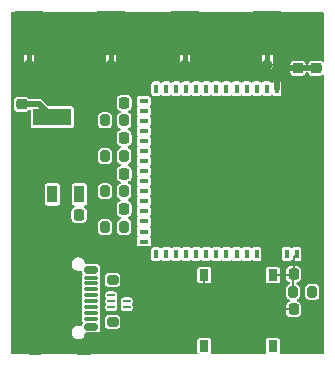
<source format=gbr>
%TF.GenerationSoftware,KiCad,Pcbnew,8.0.5*%
%TF.CreationDate,2025-02-04T19:21:07-06:00*%
%TF.ProjectId,Feather1268,46656174-6865-4723-9132-36382e6b6963,rev?*%
%TF.SameCoordinates,Original*%
%TF.FileFunction,Copper,L1,Top*%
%TF.FilePolarity,Positive*%
%FSLAX46Y46*%
G04 Gerber Fmt 4.6, Leading zero omitted, Abs format (unit mm)*
G04 Created by KiCad (PCBNEW 8.0.5) date 2025-02-04 19:21:07*
%MOMM*%
%LPD*%
G01*
G04 APERTURE LIST*
G04 Aperture macros list*
%AMRoundRect*
0 Rectangle with rounded corners*
0 $1 Rounding radius*
0 $2 $3 $4 $5 $6 $7 $8 $9 X,Y pos of 4 corners*
0 Add a 4 corners polygon primitive as box body*
4,1,4,$2,$3,$4,$5,$6,$7,$8,$9,$2,$3,0*
0 Add four circle primitives for the rounded corners*
1,1,$1+$1,$2,$3*
1,1,$1+$1,$4,$5*
1,1,$1+$1,$6,$7*
1,1,$1+$1,$8,$9*
0 Add four rect primitives between the rounded corners*
20,1,$1+$1,$2,$3,$4,$5,0*
20,1,$1+$1,$4,$5,$6,$7,0*
20,1,$1+$1,$6,$7,$8,$9,0*
20,1,$1+$1,$8,$9,$2,$3,0*%
%AMOutline5P*
0 Free polygon, 5 corners , with rotation*
0 The origin of the aperture is its center*
0 number of corners: always 5*
0 $1 to $10 corner X, Y*
0 $11 Rotation angle, in degrees counterclockwise*
0 create outline with 5 corners*
4,1,5,$1,$2,$3,$4,$5,$6,$7,$8,$9,$10,$1,$2,$11*%
%AMOutline6P*
0 Free polygon, 6 corners , with rotation*
0 The origin of the aperture is its center*
0 number of corners: always 6*
0 $1 to $12 corner X, Y*
0 $13 Rotation angle, in degrees counterclockwise*
0 create outline with 6 corners*
4,1,6,$1,$2,$3,$4,$5,$6,$7,$8,$9,$10,$11,$12,$1,$2,$13*%
%AMOutline7P*
0 Free polygon, 7 corners , with rotation*
0 The origin of the aperture is its center*
0 number of corners: always 7*
0 $1 to $14 corner X, Y*
0 $15 Rotation angle, in degrees counterclockwise*
0 create outline with 7 corners*
4,1,7,$1,$2,$3,$4,$5,$6,$7,$8,$9,$10,$11,$12,$13,$14,$1,$2,$15*%
%AMOutline8P*
0 Free polygon, 8 corners , with rotation*
0 The origin of the aperture is its center*
0 number of corners: always 8*
0 $1 to $16 corner X, Y*
0 $17 Rotation angle, in degrees counterclockwise*
0 create outline with 8 corners*
4,1,8,$1,$2,$3,$4,$5,$6,$7,$8,$9,$10,$11,$12,$13,$14,$15,$16,$1,$2,$17*%
G04 Aperture macros list end*
%TA.AperFunction,EtchedComponent*%
%ADD10C,0.460000*%
%TD*%
%TA.AperFunction,SMDPad,CuDef*%
%ADD11R,0.889000X1.473200*%
%TD*%
%TA.AperFunction,SMDPad,CuDef*%
%ADD12R,3.200400X1.473200*%
%TD*%
%TA.AperFunction,SMDPad,CuDef*%
%ADD13R,0.762000X0.990600*%
%TD*%
%TA.AperFunction,SMDPad,CuDef*%
%ADD14RoundRect,0.062500X0.237500X0.062500X-0.237500X0.062500X-0.237500X-0.062500X0.237500X-0.062500X0*%
%TD*%
%TA.AperFunction,SMDPad,CuDef*%
%ADD15R,0.400000X0.800000*%
%TD*%
%TA.AperFunction,SMDPad,CuDef*%
%ADD16R,0.800000X0.400000*%
%TD*%
%TA.AperFunction,SMDPad,CuDef*%
%ADD17Outline5P,-0.600000X0.204000X-0.204000X0.600000X0.600000X0.600000X0.600000X-0.600000X-0.600000X-0.600000X270.000000*%
%TD*%
%TA.AperFunction,SMDPad,CuDef*%
%ADD18R,1.200000X1.200000*%
%TD*%
%TA.AperFunction,SMDPad,CuDef*%
%ADD19R,0.800000X0.800000*%
%TD*%
%TA.AperFunction,SMDPad,CuDef*%
%ADD20RoundRect,0.200000X-0.275000X0.200000X-0.275000X-0.200000X0.275000X-0.200000X0.275000X0.200000X0*%
%TD*%
%TA.AperFunction,SMDPad,CuDef*%
%ADD21RoundRect,0.200000X0.275000X-0.200000X0.275000X0.200000X-0.275000X0.200000X-0.275000X-0.200000X0*%
%TD*%
%TA.AperFunction,SMDPad,CuDef*%
%ADD22RoundRect,0.200000X0.200000X0.275000X-0.200000X0.275000X-0.200000X-0.275000X0.200000X-0.275000X0*%
%TD*%
%TA.AperFunction,ComponentPad*%
%ADD23C,0.970000*%
%TD*%
%TA.AperFunction,SMDPad,CuDef*%
%ADD24RoundRect,0.250000X1.082500X-1.595000X1.082500X1.595000X-1.082500X1.595000X-1.082500X-1.595000X0*%
%TD*%
%TA.AperFunction,SMDPad,CuDef*%
%ADD25RoundRect,0.150000X-0.425000X0.150000X-0.425000X-0.150000X0.425000X-0.150000X0.425000X0.150000X0*%
%TD*%
%TA.AperFunction,SMDPad,CuDef*%
%ADD26RoundRect,0.075000X-0.500000X0.075000X-0.500000X-0.075000X0.500000X-0.075000X0.500000X0.075000X0*%
%TD*%
%TA.AperFunction,ComponentPad*%
%ADD27O,2.100000X1.000000*%
%TD*%
%TA.AperFunction,ComponentPad*%
%ADD28O,1.800000X1.000000*%
%TD*%
%TA.AperFunction,SMDPad,CuDef*%
%ADD29RoundRect,0.218750X-0.218750X-0.256250X0.218750X-0.256250X0.218750X0.256250X-0.218750X0.256250X0*%
%TD*%
%TA.AperFunction,SMDPad,CuDef*%
%ADD30RoundRect,0.225000X0.225000X0.250000X-0.225000X0.250000X-0.225000X-0.250000X0.225000X-0.250000X0*%
%TD*%
%TA.AperFunction,SMDPad,CuDef*%
%ADD31RoundRect,0.225000X0.250000X-0.225000X0.250000X0.225000X-0.250000X0.225000X-0.250000X-0.225000X0*%
%TD*%
%TA.AperFunction,SMDPad,CuDef*%
%ADD32RoundRect,0.225000X-0.225000X-0.250000X0.225000X-0.250000X0.225000X0.250000X-0.225000X0.250000X0*%
%TD*%
%TA.AperFunction,SMDPad,CuDef*%
%ADD33RoundRect,0.225000X-0.250000X0.225000X-0.250000X-0.225000X0.250000X-0.225000X0.250000X0.225000X0*%
%TD*%
%TA.AperFunction,ViaPad*%
%ADD34C,0.600000*%
%TD*%
%TA.AperFunction,Conductor*%
%ADD35C,0.500000*%
%TD*%
%TA.AperFunction,Conductor*%
%ADD36C,0.127000*%
%TD*%
G04 APERTURE END LIST*
D10*
%TO.C,J3*%
X125485000Y-32500000D02*
X125485000Y-29765000D01*
X118500000Y-32500000D02*
X118500000Y-29765000D01*
%TO.C,J1*%
X131737500Y-32500000D02*
X131737500Y-29765000D01*
X138722500Y-32500000D02*
X138722500Y-29765000D01*
%TD*%
D11*
%TO.P,U5,1,ADJ/GND*%
%TO.N,GND*%
X118210000Y-43463900D03*
%TO.P,U5,2,OUTPUT*%
%TO.N,+3V3*%
X120500000Y-43463900D03*
%TO.P,U5,3,INPUT*%
%TO.N,+5V*%
X122790000Y-43463900D03*
D12*
%TO.P,U5,4,VOUT*%
%TO.N,+3V3*%
X120500000Y-36936100D03*
%TD*%
D13*
%TO.P,SW2,1,1*%
%TO.N,GND*%
X129625000Y-56300002D03*
%TO.P,SW2,2,2*%
X129625000Y-50299998D03*
%TO.P,SW2,3,3*%
%TO.N,/BOOT*%
X133375000Y-56300002D03*
%TO.P,SW2,4,4*%
X133375000Y-50299998D03*
%TD*%
%TO.P,SW1,1,1*%
%TO.N,GND*%
X135425000Y-56300002D03*
%TO.P,SW1,2,2*%
X135425000Y-50299998D03*
%TO.P,SW1,3,3*%
%TO.N,/RESET*%
X139175000Y-56300002D03*
%TO.P,SW1,4,4*%
X139175000Y-50299998D03*
%TD*%
D14*
%TO.P,U3,1,D+_in*%
%TO.N,/USB_D+*%
X126800000Y-53000000D03*
%TO.P,U3,2,D-_in*%
%TO.N,/USB_D-*%
X126800000Y-52500000D03*
%TO.P,U3,3,GND*%
%TO.N,GND*%
X126800000Y-52000000D03*
%TO.P,U3,4,NC*%
%TO.N,unconnected-(U3-NC-Pad4)*%
X125500000Y-52000000D03*
%TO.P,U3,5,D-_out*%
%TO.N,/D-*%
X125500000Y-52500000D03*
%TO.P,U3,6,D+_out*%
%TO.N,/D+*%
X125500000Y-53000000D03*
%TD*%
D15*
%TO.P,U2,1,GND*%
%TO.N,GND*%
X141200000Y-34500000D03*
%TO.P,U2,2,GND*%
X140350000Y-34500000D03*
%TO.P,U2,3,3V3*%
%TO.N,+3V3*%
X139500000Y-34500000D03*
%TO.P,U2,4,IO0*%
%TO.N,/BOOT*%
X138650000Y-34500000D03*
%TO.P,U2,5,IO1*%
%TO.N,/E22_RESET_0*%
X137800000Y-34500000D03*
%TO.P,U2,6,IO2*%
%TO.N,/E22_CS_0*%
X136950000Y-34500000D03*
%TO.P,U2,7,IO3*%
%TO.N,/SPI_MISO*%
X136100000Y-34500000D03*
%TO.P,U2,8,IO4*%
%TO.N,/SPI_MOSI*%
X135250000Y-34500000D03*
%TO.P,U2,9,IO5*%
%TO.N,/SPI_SCK*%
X134400000Y-34500000D03*
%TO.P,U2,10,IO6*%
%TO.N,/E22_BUSY_0*%
X133550000Y-34500000D03*
%TO.P,U2,11,IO7*%
%TO.N,/E22_TXEN_0*%
X132700000Y-34500000D03*
%TO.P,U2,12,IO8*%
%TO.N,/E22_RXEN_0*%
X131850000Y-34500000D03*
%TO.P,U2,13,IO9*%
%TO.N,/E22_DI01_0*%
X131000000Y-34500000D03*
%TO.P,U2,14,IO10*%
%TO.N,/E22_DI02_0*%
X130150000Y-34500000D03*
%TO.P,U2,15,IO11*%
%TO.N,/E22_DI03_0*%
X129300000Y-34500000D03*
D16*
%TO.P,U2,16,IO12*%
%TO.N,/E22_RESET_1*%
X128250000Y-35550000D03*
%TO.P,U2,17,IO13*%
%TO.N,/E22_CS_1*%
X128250000Y-36400000D03*
%TO.P,U2,18,IO14*%
%TO.N,/SPI_MISO*%
X128250000Y-37250000D03*
%TO.P,U2,19,IO15*%
%TO.N,/SPI_MOSI*%
X128250000Y-38100000D03*
%TO.P,U2,20,IO16*%
%TO.N,/SPI_SCK*%
X128250000Y-38950000D03*
%TO.P,U2,21,IO17*%
%TO.N,/E22_BUSY_1*%
X128250000Y-39800000D03*
%TO.P,U2,22,IO18*%
%TO.N,/E22_TXEN_1*%
X128250000Y-40650000D03*
%TO.P,U2,23,IO19*%
%TO.N,/USB_D-*%
X128250000Y-41500000D03*
%TO.P,U2,24,IO20*%
%TO.N,/USB_D+*%
X128250000Y-42350000D03*
%TO.P,U2,25,IO21*%
%TO.N,/E22_RXEN_1*%
X128250000Y-43200000D03*
%TO.P,U2,26,IO26*%
%TO.N,/E22_DI01_1*%
X128250000Y-44050000D03*
%TO.P,U2,27,IO47*%
%TO.N,Net-(U2-IO47)*%
X128250000Y-44900000D03*
%TO.P,U2,28,IO33*%
%TO.N,/E22_DI02_1*%
X128250000Y-45750000D03*
%TO.P,U2,29,IO34*%
%TO.N,/E22_DI03_1*%
X128250000Y-46600000D03*
%TO.P,U2,30,IO48*%
%TO.N,Net-(U2-IO48)*%
X128250000Y-47450000D03*
D15*
%TO.P,U2,31,IO35*%
%TO.N,unconnected-(U2-IO35-Pad31)*%
X129300000Y-48500000D03*
%TO.P,U2,32,IO36*%
%TO.N,unconnected-(U2-IO36-Pad32)*%
X130150000Y-48500000D03*
%TO.P,U2,33,IO37*%
%TO.N,unconnected-(U2-IO37-Pad33)*%
X131000000Y-48500000D03*
%TO.P,U2,34,IO38*%
%TO.N,unconnected-(U2-IO38-Pad34)*%
X131850000Y-48500000D03*
%TO.P,U2,35,IO39*%
%TO.N,unconnected-(U2-IO39-Pad35)*%
X132700000Y-48500000D03*
%TO.P,U2,36,IO40*%
%TO.N,unconnected-(U2-IO40-Pad36)*%
X133550000Y-48500000D03*
%TO.P,U2,37,IO41*%
%TO.N,unconnected-(U2-IO41-Pad37)*%
X134400000Y-48500000D03*
%TO.P,U2,38,IO42*%
%TO.N,unconnected-(U2-IO42-Pad38)*%
X135250000Y-48500000D03*
%TO.P,U2,39,TXD0*%
%TO.N,unconnected-(U2-TXD0-Pad39)*%
X136100000Y-48500000D03*
%TO.P,U2,40,RXD0*%
%TO.N,unconnected-(U2-RXD0-Pad40)*%
X136950000Y-48500000D03*
%TO.P,U2,41,IO45*%
%TO.N,Net-(U2-IO45)*%
X137800000Y-48500000D03*
%TO.P,U2,42,GND*%
%TO.N,GND*%
X138650000Y-48500000D03*
%TO.P,U2,43,GND*%
X139500000Y-48500000D03*
%TO.P,U2,44,IO46*%
%TO.N,Net-(U2-IO46)*%
X140350000Y-48500000D03*
%TO.P,U2,45,EN*%
%TO.N,/RESET*%
X141200000Y-48500000D03*
D16*
%TO.P,U2,46,GND*%
%TO.N,GND*%
X142250000Y-47450000D03*
%TO.P,U2,47,GND*%
X142250000Y-46600000D03*
%TO.P,U2,48,GND*%
X142250000Y-45750000D03*
%TO.P,U2,49,GND*%
X142250000Y-44900000D03*
%TO.P,U2,50,GND*%
X142250000Y-44050000D03*
%TO.P,U2,51,GND*%
X142250000Y-43200000D03*
%TO.P,U2,52,GND*%
X142250000Y-42350000D03*
%TO.P,U2,53,GND*%
X142250000Y-41500000D03*
%TO.P,U2,54,GND*%
X142250000Y-40650000D03*
%TO.P,U2,55,GND*%
X142250000Y-39800000D03*
%TO.P,U2,56,GND*%
X142250000Y-38950000D03*
%TO.P,U2,57,GND*%
X142250000Y-38100000D03*
%TO.P,U2,58,GND*%
X142250000Y-37250000D03*
%TO.P,U2,59,GND*%
X142250000Y-36400000D03*
%TO.P,U2,60,GND*%
X142250000Y-35550000D03*
D17*
%TO.P,U2,61,GND*%
X136900000Y-39850000D03*
D18*
X135250000Y-39850000D03*
X133600000Y-39850000D03*
X136900000Y-41500000D03*
X135250000Y-41500000D03*
X133600000Y-41500000D03*
X136900000Y-43150000D03*
X135250000Y-43150000D03*
X133600000Y-43150000D03*
D19*
%TO.P,U2,62,GND*%
X142250000Y-34500000D03*
%TO.P,U2,63,GND*%
X128250000Y-34500000D03*
%TO.P,U2,64,GND*%
X128250000Y-48500000D03*
%TO.P,U2,65,GND*%
X142250000Y-48500000D03*
%TD*%
D20*
%TO.P,R8,2*%
%TO.N,GND*%
X125600000Y-55925000D03*
%TO.P,R8,1*%
%TO.N,Net-(J2-CC2)*%
X125600000Y-54275000D03*
%TD*%
D21*
%TO.P,R7,2*%
%TO.N,GND*%
X125600000Y-49075000D03*
%TO.P,R7,1*%
%TO.N,Net-(J2-CC1)*%
X125600000Y-50725000D03*
%TD*%
D22*
%TO.P,R6,2*%
%TO.N,/RESET*%
X140875000Y-51700000D03*
%TO.P,R6,1*%
%TO.N,+3V3*%
X142525000Y-51700000D03*
%TD*%
%TO.P,R5,1*%
%TO.N,Net-(D4-A)*%
X126600000Y-46200000D03*
%TO.P,R5,2*%
%TO.N,Net-(U2-IO48)*%
X124950000Y-46200000D03*
%TD*%
%TO.P,R4,2*%
%TO.N,Net-(U2-IO47)*%
X124950000Y-43200000D03*
%TO.P,R4,1*%
%TO.N,Net-(D3-A)*%
X126600000Y-43200000D03*
%TD*%
%TO.P,R3,1*%
%TO.N,Net-(D2-A)*%
X126600000Y-40200000D03*
%TO.P,R3,2*%
%TO.N,Net-(U2-IO46)*%
X124950000Y-40200000D03*
%TD*%
%TO.P,R2,2*%
%TO.N,Net-(U2-IO45)*%
X124950000Y-37200000D03*
%TO.P,R2,1*%
%TO.N,Net-(D1-A)*%
X126600000Y-37200000D03*
%TD*%
D23*
%TO.P,J3,2,Ext*%
%TO.N,GND*%
X125485000Y-32500000D03*
X118500000Y-32500000D03*
D24*
X125485000Y-29765000D03*
X118500000Y-29765000D03*
%TD*%
D25*
%TO.P,J2,A1,GND*%
%TO.N,GND*%
X123790000Y-49050000D03*
%TO.P,J2,A4,VBUS*%
%TO.N,+5V*%
X123790000Y-49850000D03*
D26*
%TO.P,J2,A5,CC1*%
%TO.N,Net-(J2-CC1)*%
X123790000Y-51000000D03*
%TO.P,J2,A6,D+*%
%TO.N,/D+*%
X123790000Y-52000000D03*
%TO.P,J2,A7,D-*%
%TO.N,/D-*%
X123790000Y-52500000D03*
%TO.P,J2,A8,SBU1*%
%TO.N,unconnected-(J2-SBU1-PadA8)*%
X123790000Y-53500000D03*
D25*
%TO.P,J2,A9,VBUS*%
%TO.N,+5V*%
X123790000Y-54650000D03*
%TO.P,J2,A12,GND*%
%TO.N,GND*%
X123790000Y-55450000D03*
%TO.P,J2,B1,GND*%
X123790000Y-55450000D03*
%TO.P,J2,B4,VBUS*%
%TO.N,+5V*%
X123790000Y-54650000D03*
D26*
%TO.P,J2,B5,CC2*%
%TO.N,Net-(J2-CC2)*%
X123790000Y-54000000D03*
%TO.P,J2,B6,D+*%
%TO.N,/D+*%
X123790000Y-53000000D03*
%TO.P,J2,B7,D-*%
%TO.N,/D-*%
X123790000Y-51500000D03*
%TO.P,J2,B8,SBU2*%
%TO.N,unconnected-(J2-SBU2-PadB8)*%
X123790000Y-50500000D03*
D25*
%TO.P,J2,B9,VBUS*%
%TO.N,+5V*%
X123790000Y-49850000D03*
%TO.P,J2,B12,GND*%
%TO.N,GND*%
X123790000Y-49050000D03*
D27*
%TO.P,J2,S1,SHIELD*%
X123215000Y-47930000D03*
D28*
X119035000Y-47930000D03*
D27*
X123215000Y-56570000D03*
D28*
X119035000Y-56570000D03*
%TD*%
D24*
%TO.P,J1,2,Ext*%
%TO.N,GND*%
X131737500Y-29765000D03*
X138722500Y-29765000D03*
D23*
X131737500Y-32500000D03*
X138722500Y-32500000D03*
%TD*%
D29*
%TO.P,D4,1,K*%
%TO.N,GND*%
X125007500Y-44700000D03*
%TO.P,D4,2,A*%
%TO.N,Net-(D4-A)*%
X126582500Y-44700000D03*
%TD*%
%TO.P,D3,1,K*%
%TO.N,GND*%
X125007500Y-41700000D03*
%TO.P,D3,2,A*%
%TO.N,Net-(D3-A)*%
X126582500Y-41700000D03*
%TD*%
%TO.P,D2,2,A*%
%TO.N,Net-(D2-A)*%
X126582500Y-38700000D03*
%TO.P,D2,1,K*%
%TO.N,GND*%
X125007500Y-38700000D03*
%TD*%
%TO.P,D1,2,A*%
%TO.N,Net-(D1-A)*%
X126582500Y-35700000D03*
%TO.P,D1,1,K*%
%TO.N,GND*%
X125007500Y-35700000D03*
%TD*%
D30*
%TO.P,C10,2*%
%TO.N,GND*%
X121225000Y-45200000D03*
%TO.P,C10,1*%
%TO.N,+5V*%
X122775000Y-45200000D03*
%TD*%
D31*
%TO.P,C9,1*%
%TO.N,GND*%
X117900000Y-37375000D03*
%TO.P,C9,2*%
%TO.N,+3V3*%
X117900000Y-35825000D03*
%TD*%
D32*
%TO.P,C7,1*%
%TO.N,/BOOT*%
X140925000Y-53200000D03*
%TO.P,C7,2*%
%TO.N,GND*%
X142475000Y-53200000D03*
%TD*%
%TO.P,C6,1*%
%TO.N,/RESET*%
X140925000Y-50200000D03*
%TO.P,C6,2*%
%TO.N,GND*%
X142475000Y-50200000D03*
%TD*%
D33*
%TO.P,C5,1*%
%TO.N,GND*%
X141300000Y-31225000D03*
%TO.P,C5,2*%
%TO.N,+3V3*%
X141300000Y-32775000D03*
%TD*%
%TO.P,C4,1*%
%TO.N,GND*%
X142800000Y-31225000D03*
%TO.P,C4,2*%
%TO.N,+3V3*%
X142800000Y-32775000D03*
%TD*%
D34*
%TO.N,+3V3*%
X142100000Y-32775000D03*
X139500000Y-33600000D03*
X140325000Y-32775000D03*
X119388900Y-35825000D03*
%TD*%
D35*
%TO.N,+3V3*%
X142800000Y-32775000D02*
X141300000Y-32775000D01*
X139500000Y-33600000D02*
X139500000Y-34500000D01*
X140325000Y-32775000D02*
X139500000Y-33600000D01*
X141300000Y-32775000D02*
X140325000Y-32775000D01*
D36*
%TO.N,/BOOT*%
X133375000Y-51575000D02*
X133375000Y-50299998D01*
X135000000Y-53200000D02*
X133375000Y-51575000D01*
X140925000Y-53200000D02*
X135000000Y-53200000D01*
%TO.N,/RESET*%
X140925000Y-48775000D02*
X141200000Y-48500000D01*
X140925000Y-50200000D02*
X140925000Y-48775000D01*
X140825002Y-50299998D02*
X140925000Y-50200000D01*
X139175000Y-50299998D02*
X140825002Y-50299998D01*
X140875000Y-50250000D02*
X140925000Y-50200000D01*
X140875000Y-51700000D02*
X140875000Y-50250000D01*
D35*
%TO.N,+3V3*%
X119388900Y-35825000D02*
X120500000Y-36936100D01*
X117900000Y-35825000D02*
X119388900Y-35825000D01*
%TD*%
%TA.AperFunction,Conductor*%
%TO.N,GND*%
G36*
X143458691Y-28019407D02*
G01*
X143494655Y-28068907D01*
X143499500Y-28099500D01*
X143499500Y-32158745D01*
X143480593Y-32216936D01*
X143431093Y-32252900D01*
X143369907Y-32252900D01*
X143330498Y-32228750D01*
X143303220Y-32201472D01*
X143303217Y-32201470D01*
X143183132Y-32140283D01*
X143183127Y-32140281D01*
X143183126Y-32140281D01*
X143149913Y-32135020D01*
X143083490Y-32124500D01*
X143083488Y-32124500D01*
X142516512Y-32124500D01*
X142516510Y-32124500D01*
X142416874Y-32140281D01*
X142416867Y-32140283D01*
X142296782Y-32201470D01*
X142201471Y-32296781D01*
X142138209Y-32420939D01*
X142094944Y-32464203D01*
X142034512Y-32473774D01*
X141979996Y-32445996D01*
X141961791Y-32420939D01*
X141898529Y-32296782D01*
X141898528Y-32296780D01*
X141803220Y-32201472D01*
X141803217Y-32201470D01*
X141683132Y-32140283D01*
X141683127Y-32140281D01*
X141683126Y-32140281D01*
X141649913Y-32135020D01*
X141583490Y-32124500D01*
X141583488Y-32124500D01*
X141016512Y-32124500D01*
X141016510Y-32124500D01*
X140916874Y-32140281D01*
X140916867Y-32140283D01*
X140796782Y-32201470D01*
X140701470Y-32296782D01*
X140640283Y-32416867D01*
X140640281Y-32416874D01*
X140624500Y-32516510D01*
X140624500Y-33033489D01*
X140640281Y-33133125D01*
X140640283Y-33133132D01*
X140701470Y-33253217D01*
X140701472Y-33253220D01*
X140796780Y-33348528D01*
X140796782Y-33348529D01*
X140916867Y-33409716D01*
X140916869Y-33409716D01*
X140916874Y-33409719D01*
X140992541Y-33421703D01*
X141016510Y-33425500D01*
X141016512Y-33425500D01*
X141583490Y-33425500D01*
X141604885Y-33422111D01*
X141683126Y-33409719D01*
X141803220Y-33348528D01*
X141898528Y-33253220D01*
X141924134Y-33202963D01*
X141961791Y-33129061D01*
X142005055Y-33085796D01*
X142065487Y-33076225D01*
X142120004Y-33104003D01*
X142138209Y-33129061D01*
X142201470Y-33253217D01*
X142201472Y-33253220D01*
X142296780Y-33348528D01*
X142296782Y-33348529D01*
X142416867Y-33409716D01*
X142416869Y-33409716D01*
X142416874Y-33409719D01*
X142492541Y-33421703D01*
X142516510Y-33425500D01*
X142516512Y-33425500D01*
X143083490Y-33425500D01*
X143104885Y-33422111D01*
X143183126Y-33409719D01*
X143303220Y-33348528D01*
X143330498Y-33321249D01*
X143385013Y-33293474D01*
X143445445Y-33303045D01*
X143488710Y-33346310D01*
X143499500Y-33391255D01*
X143499500Y-56900500D01*
X143480593Y-56958691D01*
X143431093Y-56994655D01*
X143400500Y-56999500D01*
X139840442Y-56999500D01*
X139782251Y-56980593D01*
X139746287Y-56931093D01*
X139743344Y-56881185D01*
X139744865Y-56873534D01*
X139744867Y-56873533D01*
X139756500Y-56815050D01*
X139756500Y-55784954D01*
X139744867Y-55726471D01*
X139700552Y-55660150D01*
X139700548Y-55660147D01*
X139634233Y-55615836D01*
X139634231Y-55615835D01*
X139634228Y-55615834D01*
X139634227Y-55615834D01*
X139575758Y-55604203D01*
X139575748Y-55604202D01*
X138774252Y-55604202D01*
X138774251Y-55604202D01*
X138774241Y-55604203D01*
X138715772Y-55615834D01*
X138715766Y-55615836D01*
X138649451Y-55660147D01*
X138649445Y-55660153D01*
X138605134Y-55726468D01*
X138605132Y-55726474D01*
X138593501Y-55784943D01*
X138593500Y-55784953D01*
X138593500Y-55784954D01*
X138593500Y-56815050D01*
X138605133Y-56873533D01*
X138605134Y-56873534D01*
X138606656Y-56881185D01*
X138599465Y-56941946D01*
X138557933Y-56986877D01*
X138509558Y-56999500D01*
X134040442Y-56999500D01*
X133982251Y-56980593D01*
X133946287Y-56931093D01*
X133943344Y-56881185D01*
X133944865Y-56873534D01*
X133944867Y-56873533D01*
X133956500Y-56815050D01*
X133956500Y-55784954D01*
X133944867Y-55726471D01*
X133900552Y-55660150D01*
X133900548Y-55660147D01*
X133834233Y-55615836D01*
X133834231Y-55615835D01*
X133834228Y-55615834D01*
X133834227Y-55615834D01*
X133775758Y-55604203D01*
X133775748Y-55604202D01*
X132974252Y-55604202D01*
X132974251Y-55604202D01*
X132974241Y-55604203D01*
X132915772Y-55615834D01*
X132915766Y-55615836D01*
X132849451Y-55660147D01*
X132849445Y-55660153D01*
X132805134Y-55726468D01*
X132805132Y-55726474D01*
X132793501Y-55784943D01*
X132793500Y-55784953D01*
X132793500Y-55784954D01*
X132793500Y-56815050D01*
X132805133Y-56873533D01*
X132805134Y-56873534D01*
X132806656Y-56881185D01*
X132799465Y-56941946D01*
X132757933Y-56986877D01*
X132709558Y-56999500D01*
X117099500Y-56999500D01*
X117041309Y-56980593D01*
X117005345Y-56931093D01*
X117000500Y-56900500D01*
X117000500Y-49284234D01*
X122139500Y-49284234D01*
X122139500Y-49435766D01*
X122163276Y-49524500D01*
X122178720Y-49582139D01*
X122254481Y-49713360D01*
X122254483Y-49713362D01*
X122254485Y-49713365D01*
X122361635Y-49820515D01*
X122361637Y-49820516D01*
X122361639Y-49820518D01*
X122492861Y-49896279D01*
X122492859Y-49896279D01*
X122492863Y-49896280D01*
X122492865Y-49896281D01*
X122639234Y-49935500D01*
X122639236Y-49935500D01*
X122790764Y-49935500D01*
X122790766Y-49935500D01*
X122889878Y-49908943D01*
X122950979Y-49912146D01*
X122998528Y-49950651D01*
X123014500Y-50004570D01*
X123014500Y-50033260D01*
X123021118Y-50078682D01*
X123024427Y-50101395D01*
X123062994Y-50180285D01*
X123071565Y-50240867D01*
X123056369Y-50278766D01*
X123030486Y-50317502D01*
X123030486Y-50317503D01*
X123030485Y-50317505D01*
X123014501Y-50397862D01*
X123014500Y-50397867D01*
X123014500Y-50602129D01*
X123014501Y-50602137D01*
X123030484Y-50682494D01*
X123030486Y-50682498D01*
X123038840Y-50695001D01*
X123055447Y-50753889D01*
X123038840Y-50804999D01*
X123030485Y-50817503D01*
X123030484Y-50817504D01*
X123014500Y-50897864D01*
X123014500Y-51102129D01*
X123014501Y-51102137D01*
X123030484Y-51182494D01*
X123030486Y-51182498D01*
X123038840Y-51195001D01*
X123055447Y-51253889D01*
X123038840Y-51304999D01*
X123030485Y-51317503D01*
X123030484Y-51317504D01*
X123014500Y-51397864D01*
X123014500Y-51602129D01*
X123014501Y-51602137D01*
X123030484Y-51682494D01*
X123030486Y-51682498D01*
X123038840Y-51695001D01*
X123055447Y-51753889D01*
X123038840Y-51804999D01*
X123030485Y-51817503D01*
X123030484Y-51817504D01*
X123014500Y-51897864D01*
X123014500Y-52102129D01*
X123014501Y-52102137D01*
X123030484Y-52182494D01*
X123030486Y-52182498D01*
X123038840Y-52195001D01*
X123055447Y-52253889D01*
X123038840Y-52304999D01*
X123030485Y-52317503D01*
X123030484Y-52317504D01*
X123014500Y-52397864D01*
X123014500Y-52602129D01*
X123014501Y-52602137D01*
X123030484Y-52682494D01*
X123030486Y-52682498D01*
X123038840Y-52695001D01*
X123055447Y-52753889D01*
X123038840Y-52804999D01*
X123030485Y-52817503D01*
X123030484Y-52817504D01*
X123014500Y-52897864D01*
X123014500Y-53102129D01*
X123014501Y-53102137D01*
X123030484Y-53182494D01*
X123030486Y-53182498D01*
X123038840Y-53195001D01*
X123055447Y-53253889D01*
X123038840Y-53304999D01*
X123030485Y-53317503D01*
X123030484Y-53317504D01*
X123014500Y-53397864D01*
X123014500Y-53602129D01*
X123014501Y-53602137D01*
X123030484Y-53682494D01*
X123030486Y-53682498D01*
X123038840Y-53695001D01*
X123055447Y-53753889D01*
X123038840Y-53804999D01*
X123030485Y-53817503D01*
X123030484Y-53817504D01*
X123014500Y-53897864D01*
X123014500Y-54102129D01*
X123014501Y-54102137D01*
X123030484Y-54182494D01*
X123030485Y-54182496D01*
X123056368Y-54221232D01*
X123072977Y-54280120D01*
X123062994Y-54319714D01*
X123024427Y-54398604D01*
X123014500Y-54466743D01*
X123014500Y-54495430D01*
X122995593Y-54553621D01*
X122946093Y-54589585D01*
X122889879Y-54591056D01*
X122790766Y-54564500D01*
X122639234Y-54564500D01*
X122549652Y-54588503D01*
X122492860Y-54603720D01*
X122361639Y-54679481D01*
X122254481Y-54786639D01*
X122178720Y-54917860D01*
X122178719Y-54917865D01*
X122139500Y-55064234D01*
X122139500Y-55215766D01*
X122174086Y-55344847D01*
X122178720Y-55362139D01*
X122254481Y-55493360D01*
X122254483Y-55493362D01*
X122254485Y-55493365D01*
X122361635Y-55600515D01*
X122361637Y-55600516D01*
X122361639Y-55600518D01*
X122492861Y-55676279D01*
X122492859Y-55676279D01*
X122492863Y-55676280D01*
X122492865Y-55676281D01*
X122639234Y-55715500D01*
X122639236Y-55715500D01*
X122790764Y-55715500D01*
X122790766Y-55715500D01*
X122937135Y-55676281D01*
X122937137Y-55676279D01*
X122937139Y-55676279D01*
X123068360Y-55600518D01*
X123068360Y-55600517D01*
X123068365Y-55600515D01*
X123175515Y-55493365D01*
X123251281Y-55362135D01*
X123288327Y-55223875D01*
X123321650Y-55172563D01*
X123378771Y-55150636D01*
X123383953Y-55150500D01*
X124248257Y-55150500D01*
X124248260Y-55150500D01*
X124316393Y-55140573D01*
X124421483Y-55089198D01*
X124504198Y-55006483D01*
X124555573Y-54901393D01*
X124565500Y-54833260D01*
X124565500Y-54466740D01*
X124555573Y-54398607D01*
X124517005Y-54319714D01*
X124508434Y-54259132D01*
X124523629Y-54221235D01*
X124549515Y-54182495D01*
X124565500Y-54102133D01*
X124565500Y-54043477D01*
X124924500Y-54043477D01*
X124924500Y-54506520D01*
X124924501Y-54506523D01*
X124939352Y-54600299D01*
X124939354Y-54600304D01*
X124996950Y-54713342D01*
X125086658Y-54803050D01*
X125199696Y-54860646D01*
X125293481Y-54875500D01*
X125906518Y-54875499D01*
X125906520Y-54875499D01*
X125906521Y-54875498D01*
X125953411Y-54868072D01*
X126000299Y-54860647D01*
X126000299Y-54860646D01*
X126000304Y-54860646D01*
X126113342Y-54803050D01*
X126203050Y-54713342D01*
X126260646Y-54600304D01*
X126275500Y-54506519D01*
X126275499Y-54043482D01*
X126260646Y-53949696D01*
X126203050Y-53836658D01*
X126113342Y-53746950D01*
X126000304Y-53689354D01*
X126000305Y-53689354D01*
X125906522Y-53674500D01*
X125293479Y-53674500D01*
X125293476Y-53674501D01*
X125199700Y-53689352D01*
X125199695Y-53689354D01*
X125086659Y-53746949D01*
X124996949Y-53836659D01*
X124939354Y-53949695D01*
X124924500Y-54043477D01*
X124565500Y-54043477D01*
X124565499Y-53897868D01*
X124549515Y-53817505D01*
X124541159Y-53804999D01*
X124524551Y-53746114D01*
X124541159Y-53694999D01*
X124549515Y-53682495D01*
X124565500Y-53602133D01*
X124565499Y-53397868D01*
X124549515Y-53317505D01*
X124541159Y-53304999D01*
X124524551Y-53246114D01*
X124541159Y-53194999D01*
X124549515Y-53182495D01*
X124565500Y-53102133D01*
X124565499Y-52897868D01*
X124549515Y-52817505D01*
X124541159Y-52804999D01*
X124524551Y-52746114D01*
X124541159Y-52694999D01*
X124549515Y-52682495D01*
X124565500Y-52602133D01*
X124565499Y-52397868D01*
X124549515Y-52317505D01*
X124541159Y-52304999D01*
X124524551Y-52246114D01*
X124541159Y-52194999D01*
X124549515Y-52182495D01*
X124565500Y-52102133D01*
X124565499Y-51911599D01*
X124999500Y-51911599D01*
X124999500Y-52088397D01*
X124999501Y-52088404D01*
X125014759Y-52165115D01*
X125014759Y-52165116D01*
X125014760Y-52165117D01*
X125034726Y-52194999D01*
X125051334Y-52253887D01*
X125034727Y-52304999D01*
X125014761Y-52334880D01*
X125014759Y-52334886D01*
X124999501Y-52411589D01*
X124999500Y-52411599D01*
X124999500Y-52588397D01*
X124999501Y-52588404D01*
X125014759Y-52665115D01*
X125014759Y-52665116D01*
X125014760Y-52665117D01*
X125034726Y-52694999D01*
X125051334Y-52753887D01*
X125034727Y-52804999D01*
X125014761Y-52834880D01*
X125014759Y-52834886D01*
X124999501Y-52911589D01*
X124999500Y-52911599D01*
X124999500Y-53088397D01*
X124999501Y-53088404D01*
X125014759Y-53165116D01*
X125014760Y-53165118D01*
X125068880Y-53246114D01*
X125072888Y-53252112D01*
X125159883Y-53310240D01*
X125236599Y-53325500D01*
X125763400Y-53325499D01*
X125840117Y-53310240D01*
X125927112Y-53252112D01*
X125985240Y-53165117D01*
X126000500Y-53088401D01*
X126000499Y-52911600D01*
X125985240Y-52834883D01*
X125965273Y-52805001D01*
X125948665Y-52746114D01*
X125965274Y-52694998D01*
X125985238Y-52665120D01*
X125985238Y-52665119D01*
X125985240Y-52665117D01*
X126000500Y-52588401D01*
X126000499Y-52411600D01*
X126000499Y-52411599D01*
X126299500Y-52411599D01*
X126299500Y-52588397D01*
X126299501Y-52588404D01*
X126314759Y-52665115D01*
X126314759Y-52665116D01*
X126314760Y-52665117D01*
X126334726Y-52694999D01*
X126351334Y-52753887D01*
X126334727Y-52804999D01*
X126314761Y-52834880D01*
X126314759Y-52834886D01*
X126299501Y-52911589D01*
X126299500Y-52911599D01*
X126299500Y-53088397D01*
X126299501Y-53088404D01*
X126314759Y-53165116D01*
X126314760Y-53165118D01*
X126368880Y-53246114D01*
X126372888Y-53252112D01*
X126459883Y-53310240D01*
X126536599Y-53325500D01*
X127063400Y-53325499D01*
X127140117Y-53310240D01*
X127227112Y-53252112D01*
X127285240Y-53165117D01*
X127300500Y-53088401D01*
X127300499Y-52911600D01*
X127285240Y-52834883D01*
X127265273Y-52805001D01*
X127248665Y-52746114D01*
X127265274Y-52694998D01*
X127285238Y-52665120D01*
X127285238Y-52665119D01*
X127285240Y-52665117D01*
X127300500Y-52588401D01*
X127300499Y-52411600D01*
X127285240Y-52334883D01*
X127285237Y-52334879D01*
X127256176Y-52291385D01*
X127227112Y-52247888D01*
X127140117Y-52189760D01*
X127140113Y-52189759D01*
X127063410Y-52174501D01*
X127063402Y-52174500D01*
X127063401Y-52174500D01*
X127063400Y-52174500D01*
X126536602Y-52174500D01*
X126536595Y-52174501D01*
X126459883Y-52189759D01*
X126459881Y-52189760D01*
X126372890Y-52247886D01*
X126372886Y-52247890D01*
X126314762Y-52334879D01*
X126314759Y-52334886D01*
X126299501Y-52411589D01*
X126299500Y-52411599D01*
X126000499Y-52411599D01*
X125985240Y-52334883D01*
X125985237Y-52334879D01*
X125965274Y-52305002D01*
X125948665Y-52246114D01*
X125965274Y-52194998D01*
X125985238Y-52165120D01*
X125985238Y-52165119D01*
X125985240Y-52165117D01*
X126000500Y-52088401D01*
X126000499Y-51911600D01*
X125985240Y-51834883D01*
X125985237Y-51834879D01*
X125956176Y-51791385D01*
X125927112Y-51747888D01*
X125840117Y-51689760D01*
X125840113Y-51689759D01*
X125763410Y-51674501D01*
X125763402Y-51674500D01*
X125763401Y-51674500D01*
X125763400Y-51674500D01*
X125236602Y-51674500D01*
X125236595Y-51674501D01*
X125159883Y-51689759D01*
X125159881Y-51689760D01*
X125072890Y-51747886D01*
X125072886Y-51747890D01*
X125014762Y-51834879D01*
X125014759Y-51834886D01*
X124999501Y-51911589D01*
X124999500Y-51911599D01*
X124565499Y-51911599D01*
X124565499Y-51897868D01*
X124549515Y-51817505D01*
X124541159Y-51804999D01*
X124524551Y-51746114D01*
X124541159Y-51694999D01*
X124549515Y-51682495D01*
X124565500Y-51602133D01*
X124565499Y-51397868D01*
X124564626Y-51393481D01*
X124549515Y-51317506D01*
X124549515Y-51317505D01*
X124541159Y-51304999D01*
X124524551Y-51246114D01*
X124541159Y-51194999D01*
X124549515Y-51182495D01*
X124565500Y-51102133D01*
X124565499Y-50897868D01*
X124560658Y-50873531D01*
X124549515Y-50817506D01*
X124549515Y-50817505D01*
X124541159Y-50804999D01*
X124524551Y-50746114D01*
X124541159Y-50694999D01*
X124549515Y-50682495D01*
X124565500Y-50602133D01*
X124565499Y-50493477D01*
X124924500Y-50493477D01*
X124924500Y-50956520D01*
X124924501Y-50956523D01*
X124939352Y-51050299D01*
X124939354Y-51050304D01*
X124996950Y-51163342D01*
X125086658Y-51253050D01*
X125199696Y-51310646D01*
X125293481Y-51325500D01*
X125906518Y-51325499D01*
X125906520Y-51325499D01*
X125906521Y-51325498D01*
X125957007Y-51317503D01*
X126000299Y-51310647D01*
X126000299Y-51310646D01*
X126000304Y-51310646D01*
X126113342Y-51253050D01*
X126203050Y-51163342D01*
X126260646Y-51050304D01*
X126275500Y-50956519D01*
X126275499Y-50493482D01*
X126260646Y-50399696D01*
X126203050Y-50286658D01*
X126113342Y-50196950D01*
X126000304Y-50139354D01*
X126000305Y-50139354D01*
X125906522Y-50124500D01*
X125293479Y-50124500D01*
X125293476Y-50124501D01*
X125199700Y-50139352D01*
X125199695Y-50139354D01*
X125086659Y-50196949D01*
X124996949Y-50286659D01*
X124939354Y-50399695D01*
X124924500Y-50493477D01*
X124565499Y-50493477D01*
X124565499Y-50397868D01*
X124549515Y-50317505D01*
X124523631Y-50278767D01*
X124507022Y-50219879D01*
X124517005Y-50180285D01*
X124555573Y-50101393D01*
X124565500Y-50033260D01*
X124565500Y-49784951D01*
X132793500Y-49784951D01*
X132793500Y-50815044D01*
X132793501Y-50815056D01*
X132805132Y-50873525D01*
X132805134Y-50873531D01*
X132849445Y-50939846D01*
X132849448Y-50939850D01*
X132915769Y-50984165D01*
X132960231Y-50993009D01*
X132974241Y-50995796D01*
X132974246Y-50995796D01*
X132974252Y-50995798D01*
X132974253Y-50995798D01*
X133775747Y-50995798D01*
X133775748Y-50995798D01*
X133834231Y-50984165D01*
X133900552Y-50939850D01*
X133944867Y-50873529D01*
X133956500Y-50815046D01*
X133956500Y-49784951D01*
X138593500Y-49784951D01*
X138593500Y-50815044D01*
X138593501Y-50815056D01*
X138605132Y-50873525D01*
X138605134Y-50873531D01*
X138649445Y-50939846D01*
X138649448Y-50939850D01*
X138715769Y-50984165D01*
X138760231Y-50993009D01*
X138774241Y-50995796D01*
X138774246Y-50995796D01*
X138774252Y-50995798D01*
X138774253Y-50995798D01*
X139575747Y-50995798D01*
X139575748Y-50995798D01*
X139634231Y-50984165D01*
X139700552Y-50939850D01*
X139744867Y-50873529D01*
X139756500Y-50815046D01*
X139756500Y-49916510D01*
X140274500Y-49916510D01*
X140274500Y-50483489D01*
X140290281Y-50583125D01*
X140290283Y-50583132D01*
X140347281Y-50694995D01*
X140351472Y-50703220D01*
X140446780Y-50798528D01*
X140446782Y-50798529D01*
X140562502Y-50857492D01*
X140605767Y-50900756D01*
X140615338Y-50961188D01*
X140587560Y-51015705D01*
X140556188Y-51034931D01*
X140556639Y-51035816D01*
X140436659Y-51096949D01*
X140346949Y-51186659D01*
X140289354Y-51299695D01*
X140274500Y-51393477D01*
X140274500Y-52006520D01*
X140274501Y-52006523D01*
X140289352Y-52100299D01*
X140289354Y-52100304D01*
X140346950Y-52213342D01*
X140436658Y-52303050D01*
X140507891Y-52339345D01*
X140556639Y-52364184D01*
X140555847Y-52365737D01*
X140597647Y-52396103D01*
X140616557Y-52454293D01*
X140597653Y-52512485D01*
X140562503Y-52542507D01*
X140446781Y-52601471D01*
X140351470Y-52696782D01*
X140290283Y-52816867D01*
X140290281Y-52816874D01*
X140274500Y-52916510D01*
X140274500Y-53483489D01*
X140290281Y-53583125D01*
X140290283Y-53583132D01*
X140347281Y-53694995D01*
X140351472Y-53703220D01*
X140446780Y-53798528D01*
X140446782Y-53798529D01*
X140566867Y-53859716D01*
X140566869Y-53859716D01*
X140566874Y-53859719D01*
X140642541Y-53871703D01*
X140666510Y-53875500D01*
X140666512Y-53875500D01*
X141183490Y-53875500D01*
X141204885Y-53872111D01*
X141283126Y-53859719D01*
X141403220Y-53798528D01*
X141498528Y-53703220D01*
X141559719Y-53583126D01*
X141575500Y-53483488D01*
X141575500Y-52916512D01*
X141574722Y-52911602D01*
X141571703Y-52892541D01*
X141559719Y-52816874D01*
X141559716Y-52816869D01*
X141559716Y-52816867D01*
X141498529Y-52696782D01*
X141498528Y-52696780D01*
X141403220Y-52601472D01*
X141403217Y-52601470D01*
X141283132Y-52540283D01*
X141283127Y-52540281D01*
X141283126Y-52540281D01*
X141270451Y-52538273D01*
X141251931Y-52535340D01*
X141197414Y-52507562D01*
X141169638Y-52453045D01*
X141179210Y-52392613D01*
X141222472Y-52349350D01*
X141313342Y-52303050D01*
X141403050Y-52213342D01*
X141460646Y-52100304D01*
X141475500Y-52006519D01*
X141475499Y-51393482D01*
X141475498Y-51393477D01*
X141924500Y-51393477D01*
X141924500Y-52006520D01*
X141924501Y-52006523D01*
X141939352Y-52100299D01*
X141939354Y-52100304D01*
X141996950Y-52213342D01*
X142086658Y-52303050D01*
X142199696Y-52360646D01*
X142293481Y-52375500D01*
X142756518Y-52375499D01*
X142756520Y-52375499D01*
X142756521Y-52375498D01*
X142818158Y-52365737D01*
X142850299Y-52360647D01*
X142850299Y-52360646D01*
X142850304Y-52360646D01*
X142963342Y-52303050D01*
X143053050Y-52213342D01*
X143110646Y-52100304D01*
X143125500Y-52006519D01*
X143125499Y-51393482D01*
X143114733Y-51325500D01*
X143110647Y-51299700D01*
X143110646Y-51299698D01*
X143110646Y-51299696D01*
X143053050Y-51186658D01*
X142963342Y-51096950D01*
X142850304Y-51039354D01*
X142850305Y-51039354D01*
X142756522Y-51024500D01*
X142293479Y-51024500D01*
X142293476Y-51024501D01*
X142199700Y-51039352D01*
X142199695Y-51039354D01*
X142086659Y-51096949D01*
X141996949Y-51186659D01*
X141939354Y-51299695D01*
X141924500Y-51393477D01*
X141475498Y-51393477D01*
X141464733Y-51325500D01*
X141460647Y-51299700D01*
X141460646Y-51299698D01*
X141460646Y-51299696D01*
X141403050Y-51186658D01*
X141313342Y-51096950D01*
X141311000Y-51095757D01*
X141222473Y-51050649D01*
X141179209Y-51007384D01*
X141169638Y-50946952D01*
X141197416Y-50892436D01*
X141251931Y-50864659D01*
X141283126Y-50859719D01*
X141403220Y-50798528D01*
X141498528Y-50703220D01*
X141559719Y-50583126D01*
X141575500Y-50483488D01*
X141575500Y-49916512D01*
X141574808Y-49912146D01*
X141565221Y-49851614D01*
X141559719Y-49816874D01*
X141559716Y-49816869D01*
X141559716Y-49816867D01*
X141498529Y-49696782D01*
X141498528Y-49696780D01*
X141403220Y-49601472D01*
X141403217Y-49601470D01*
X141283132Y-49540283D01*
X141283127Y-49540281D01*
X141283126Y-49540281D01*
X141249913Y-49535020D01*
X141183490Y-49524500D01*
X141183488Y-49524500D01*
X140666512Y-49524500D01*
X140666510Y-49524500D01*
X140566874Y-49540281D01*
X140566867Y-49540283D01*
X140446782Y-49601470D01*
X140351470Y-49696782D01*
X140290283Y-49816867D01*
X140290281Y-49816874D01*
X140274500Y-49916510D01*
X139756500Y-49916510D01*
X139756500Y-49784950D01*
X139744867Y-49726467D01*
X139700552Y-49660146D01*
X139700548Y-49660143D01*
X139634233Y-49615832D01*
X139634231Y-49615831D01*
X139634228Y-49615830D01*
X139634227Y-49615830D01*
X139575758Y-49604199D01*
X139575748Y-49604198D01*
X138774252Y-49604198D01*
X138774251Y-49604198D01*
X138774241Y-49604199D01*
X138715772Y-49615830D01*
X138715766Y-49615832D01*
X138649451Y-49660143D01*
X138649445Y-49660149D01*
X138605134Y-49726464D01*
X138605132Y-49726470D01*
X138593501Y-49784939D01*
X138593500Y-49784951D01*
X133956500Y-49784951D01*
X133956500Y-49784950D01*
X133944867Y-49726467D01*
X133900552Y-49660146D01*
X133900548Y-49660143D01*
X133834233Y-49615832D01*
X133834231Y-49615831D01*
X133834228Y-49615830D01*
X133834227Y-49615830D01*
X133775758Y-49604199D01*
X133775748Y-49604198D01*
X132974252Y-49604198D01*
X132974251Y-49604198D01*
X132974241Y-49604199D01*
X132915772Y-49615830D01*
X132915766Y-49615832D01*
X132849451Y-49660143D01*
X132849445Y-49660149D01*
X132805134Y-49726464D01*
X132805132Y-49726470D01*
X132793501Y-49784939D01*
X132793500Y-49784951D01*
X124565500Y-49784951D01*
X124565500Y-49666740D01*
X124555573Y-49598607D01*
X124547522Y-49582139D01*
X124527059Y-49540281D01*
X124504198Y-49493517D01*
X124421483Y-49410802D01*
X124421481Y-49410801D01*
X124316395Y-49359427D01*
X124289139Y-49355456D01*
X124248260Y-49349500D01*
X123383953Y-49349500D01*
X123325762Y-49330593D01*
X123289798Y-49281093D01*
X123288333Y-49276147D01*
X123251281Y-49137865D01*
X123251279Y-49137862D01*
X123251279Y-49137860D01*
X123175518Y-49006639D01*
X123175516Y-49006637D01*
X123175515Y-49006635D01*
X123068365Y-48899485D01*
X123068362Y-48899483D01*
X123068360Y-48899481D01*
X122937138Y-48823720D01*
X122937140Y-48823720D01*
X122880347Y-48808503D01*
X122790766Y-48784500D01*
X122639234Y-48784500D01*
X122549652Y-48808503D01*
X122492860Y-48823720D01*
X122361639Y-48899481D01*
X122254481Y-49006639D01*
X122178720Y-49137860D01*
X122178719Y-49137865D01*
X122139500Y-49284234D01*
X117000500Y-49284234D01*
X117000500Y-48080253D01*
X128899500Y-48080253D01*
X128899500Y-48919746D01*
X128899501Y-48919758D01*
X128911132Y-48978227D01*
X128911134Y-48978233D01*
X128955445Y-49044548D01*
X128955448Y-49044552D01*
X129021769Y-49088867D01*
X129066231Y-49097711D01*
X129080241Y-49100498D01*
X129080246Y-49100498D01*
X129080252Y-49100500D01*
X129080253Y-49100500D01*
X129519747Y-49100500D01*
X129519748Y-49100500D01*
X129578231Y-49088867D01*
X129644552Y-49044552D01*
X129644556Y-49044545D01*
X129651446Y-49037657D01*
X129653001Y-49039212D01*
X129690734Y-49009467D01*
X129751872Y-49007065D01*
X129798194Y-49038016D01*
X129798554Y-49037657D01*
X129800359Y-49039462D01*
X129802746Y-49041057D01*
X129804850Y-49043953D01*
X129805445Y-49044548D01*
X129805448Y-49044552D01*
X129871769Y-49088867D01*
X129916231Y-49097711D01*
X129930241Y-49100498D01*
X129930246Y-49100498D01*
X129930252Y-49100500D01*
X129930253Y-49100500D01*
X130369747Y-49100500D01*
X130369748Y-49100500D01*
X130428231Y-49088867D01*
X130494552Y-49044552D01*
X130494556Y-49044545D01*
X130501446Y-49037657D01*
X130503001Y-49039212D01*
X130540734Y-49009467D01*
X130601872Y-49007065D01*
X130648194Y-49038016D01*
X130648554Y-49037657D01*
X130650359Y-49039462D01*
X130652746Y-49041057D01*
X130654850Y-49043953D01*
X130655445Y-49044548D01*
X130655448Y-49044552D01*
X130721769Y-49088867D01*
X130766231Y-49097711D01*
X130780241Y-49100498D01*
X130780246Y-49100498D01*
X130780252Y-49100500D01*
X130780253Y-49100500D01*
X131219747Y-49100500D01*
X131219748Y-49100500D01*
X131278231Y-49088867D01*
X131344552Y-49044552D01*
X131344556Y-49044545D01*
X131351446Y-49037657D01*
X131353001Y-49039212D01*
X131390734Y-49009467D01*
X131451872Y-49007065D01*
X131498194Y-49038016D01*
X131498554Y-49037657D01*
X131500359Y-49039462D01*
X131502746Y-49041057D01*
X131504850Y-49043953D01*
X131505445Y-49044548D01*
X131505448Y-49044552D01*
X131571769Y-49088867D01*
X131616231Y-49097711D01*
X131630241Y-49100498D01*
X131630246Y-49100498D01*
X131630252Y-49100500D01*
X131630253Y-49100500D01*
X132069747Y-49100500D01*
X132069748Y-49100500D01*
X132128231Y-49088867D01*
X132194552Y-49044552D01*
X132194556Y-49044545D01*
X132201446Y-49037657D01*
X132203001Y-49039212D01*
X132240734Y-49009467D01*
X132301872Y-49007065D01*
X132348194Y-49038016D01*
X132348554Y-49037657D01*
X132350359Y-49039462D01*
X132352746Y-49041057D01*
X132354850Y-49043953D01*
X132355445Y-49044548D01*
X132355448Y-49044552D01*
X132421769Y-49088867D01*
X132466231Y-49097711D01*
X132480241Y-49100498D01*
X132480246Y-49100498D01*
X132480252Y-49100500D01*
X132480253Y-49100500D01*
X132919747Y-49100500D01*
X132919748Y-49100500D01*
X132978231Y-49088867D01*
X133044552Y-49044552D01*
X133044556Y-49044545D01*
X133051446Y-49037657D01*
X133053001Y-49039212D01*
X133090734Y-49009467D01*
X133151872Y-49007065D01*
X133198194Y-49038016D01*
X133198554Y-49037657D01*
X133200359Y-49039462D01*
X133202746Y-49041057D01*
X133204850Y-49043953D01*
X133205445Y-49044548D01*
X133205448Y-49044552D01*
X133271769Y-49088867D01*
X133316231Y-49097711D01*
X133330241Y-49100498D01*
X133330246Y-49100498D01*
X133330252Y-49100500D01*
X133330253Y-49100500D01*
X133769747Y-49100500D01*
X133769748Y-49100500D01*
X133828231Y-49088867D01*
X133894552Y-49044552D01*
X133894556Y-49044545D01*
X133901446Y-49037657D01*
X133903001Y-49039212D01*
X133940734Y-49009467D01*
X134001872Y-49007065D01*
X134048194Y-49038016D01*
X134048554Y-49037657D01*
X134050359Y-49039462D01*
X134052746Y-49041057D01*
X134054850Y-49043953D01*
X134055445Y-49044548D01*
X134055448Y-49044552D01*
X134121769Y-49088867D01*
X134166231Y-49097711D01*
X134180241Y-49100498D01*
X134180246Y-49100498D01*
X134180252Y-49100500D01*
X134180253Y-49100500D01*
X134619747Y-49100500D01*
X134619748Y-49100500D01*
X134678231Y-49088867D01*
X134744552Y-49044552D01*
X134744556Y-49044545D01*
X134751446Y-49037657D01*
X134753001Y-49039212D01*
X134790734Y-49009467D01*
X134851872Y-49007065D01*
X134898194Y-49038016D01*
X134898554Y-49037657D01*
X134900359Y-49039462D01*
X134902746Y-49041057D01*
X134904850Y-49043953D01*
X134905445Y-49044548D01*
X134905448Y-49044552D01*
X134971769Y-49088867D01*
X135016231Y-49097711D01*
X135030241Y-49100498D01*
X135030246Y-49100498D01*
X135030252Y-49100500D01*
X135030253Y-49100500D01*
X135469747Y-49100500D01*
X135469748Y-49100500D01*
X135528231Y-49088867D01*
X135594552Y-49044552D01*
X135594556Y-49044545D01*
X135601446Y-49037657D01*
X135603001Y-49039212D01*
X135640734Y-49009467D01*
X135701872Y-49007065D01*
X135748194Y-49038016D01*
X135748554Y-49037657D01*
X135750359Y-49039462D01*
X135752746Y-49041057D01*
X135754850Y-49043953D01*
X135755445Y-49044548D01*
X135755448Y-49044552D01*
X135821769Y-49088867D01*
X135866231Y-49097711D01*
X135880241Y-49100498D01*
X135880246Y-49100498D01*
X135880252Y-49100500D01*
X135880253Y-49100500D01*
X136319747Y-49100500D01*
X136319748Y-49100500D01*
X136378231Y-49088867D01*
X136444552Y-49044552D01*
X136444556Y-49044545D01*
X136451446Y-49037657D01*
X136453001Y-49039212D01*
X136490734Y-49009467D01*
X136551872Y-49007065D01*
X136598194Y-49038016D01*
X136598554Y-49037657D01*
X136600359Y-49039462D01*
X136602746Y-49041057D01*
X136604850Y-49043953D01*
X136605445Y-49044548D01*
X136605448Y-49044552D01*
X136671769Y-49088867D01*
X136716231Y-49097711D01*
X136730241Y-49100498D01*
X136730246Y-49100498D01*
X136730252Y-49100500D01*
X136730253Y-49100500D01*
X137169747Y-49100500D01*
X137169748Y-49100500D01*
X137228231Y-49088867D01*
X137294552Y-49044552D01*
X137294556Y-49044545D01*
X137301446Y-49037657D01*
X137303001Y-49039212D01*
X137340734Y-49009467D01*
X137401872Y-49007065D01*
X137448194Y-49038016D01*
X137448554Y-49037657D01*
X137450359Y-49039462D01*
X137452746Y-49041057D01*
X137454850Y-49043953D01*
X137455445Y-49044548D01*
X137455448Y-49044552D01*
X137521769Y-49088867D01*
X137566231Y-49097711D01*
X137580241Y-49100498D01*
X137580246Y-49100498D01*
X137580252Y-49100500D01*
X137580253Y-49100500D01*
X138019747Y-49100500D01*
X138019748Y-49100500D01*
X138078231Y-49088867D01*
X138144552Y-49044552D01*
X138188867Y-48978231D01*
X138200500Y-48919748D01*
X138200500Y-48080253D01*
X139949500Y-48080253D01*
X139949500Y-48919746D01*
X139949501Y-48919758D01*
X139961132Y-48978227D01*
X139961134Y-48978233D01*
X140005445Y-49044548D01*
X140005448Y-49044552D01*
X140071769Y-49088867D01*
X140116231Y-49097711D01*
X140130241Y-49100498D01*
X140130246Y-49100498D01*
X140130252Y-49100500D01*
X140130253Y-49100500D01*
X140569747Y-49100500D01*
X140569748Y-49100500D01*
X140628231Y-49088867D01*
X140694552Y-49044552D01*
X140694556Y-49044545D01*
X140701446Y-49037657D01*
X140703001Y-49039212D01*
X140740734Y-49009467D01*
X140801872Y-49007065D01*
X140848194Y-49038016D01*
X140848554Y-49037657D01*
X140850359Y-49039462D01*
X140852746Y-49041057D01*
X140854850Y-49043953D01*
X140855445Y-49044548D01*
X140855448Y-49044552D01*
X140921769Y-49088867D01*
X140966231Y-49097711D01*
X140980241Y-49100498D01*
X140980246Y-49100498D01*
X140980252Y-49100500D01*
X140980253Y-49100500D01*
X141419747Y-49100500D01*
X141419748Y-49100500D01*
X141478231Y-49088867D01*
X141544552Y-49044552D01*
X141588867Y-48978231D01*
X141600500Y-48919748D01*
X141600500Y-48080252D01*
X141588867Y-48021769D01*
X141544552Y-47955448D01*
X141544548Y-47955445D01*
X141478233Y-47911134D01*
X141478231Y-47911133D01*
X141478228Y-47911132D01*
X141478227Y-47911132D01*
X141419758Y-47899501D01*
X141419748Y-47899500D01*
X140980252Y-47899500D01*
X140980251Y-47899500D01*
X140980241Y-47899501D01*
X140921772Y-47911132D01*
X140921766Y-47911134D01*
X140855451Y-47955445D01*
X140848554Y-47962343D01*
X140846998Y-47960787D01*
X140809258Y-47990535D01*
X140748120Y-47992932D01*
X140701807Y-47961981D01*
X140701446Y-47962343D01*
X140699627Y-47960524D01*
X140697249Y-47958935D01*
X140695152Y-47956049D01*
X140694554Y-47955451D01*
X140694552Y-47955448D01*
X140694548Y-47955445D01*
X140628233Y-47911134D01*
X140628231Y-47911133D01*
X140628228Y-47911132D01*
X140628227Y-47911132D01*
X140569758Y-47899501D01*
X140569748Y-47899500D01*
X140130252Y-47899500D01*
X140130251Y-47899500D01*
X140130241Y-47899501D01*
X140071772Y-47911132D01*
X140071766Y-47911134D01*
X140005451Y-47955445D01*
X140005445Y-47955451D01*
X139961134Y-48021766D01*
X139961132Y-48021772D01*
X139949501Y-48080241D01*
X139949500Y-48080253D01*
X138200500Y-48080253D01*
X138200500Y-48080252D01*
X138188867Y-48021769D01*
X138144552Y-47955448D01*
X138144548Y-47955445D01*
X138078233Y-47911134D01*
X138078231Y-47911133D01*
X138078228Y-47911132D01*
X138078227Y-47911132D01*
X138019758Y-47899501D01*
X138019748Y-47899500D01*
X137580252Y-47899500D01*
X137580251Y-47899500D01*
X137580241Y-47899501D01*
X137521772Y-47911132D01*
X137521766Y-47911134D01*
X137455451Y-47955445D01*
X137448554Y-47962343D01*
X137446998Y-47960787D01*
X137409258Y-47990535D01*
X137348120Y-47992932D01*
X137301807Y-47961981D01*
X137301446Y-47962343D01*
X137299627Y-47960524D01*
X137297249Y-47958935D01*
X137295152Y-47956049D01*
X137294554Y-47955451D01*
X137294552Y-47955448D01*
X137294548Y-47955445D01*
X137228233Y-47911134D01*
X137228231Y-47911133D01*
X137228228Y-47911132D01*
X137228227Y-47911132D01*
X137169758Y-47899501D01*
X137169748Y-47899500D01*
X136730252Y-47899500D01*
X136730251Y-47899500D01*
X136730241Y-47899501D01*
X136671772Y-47911132D01*
X136671766Y-47911134D01*
X136605451Y-47955445D01*
X136598554Y-47962343D01*
X136596998Y-47960787D01*
X136559258Y-47990535D01*
X136498120Y-47992932D01*
X136451807Y-47961981D01*
X136451446Y-47962343D01*
X136449627Y-47960524D01*
X136447249Y-47958935D01*
X136445152Y-47956049D01*
X136444554Y-47955451D01*
X136444552Y-47955448D01*
X136444548Y-47955445D01*
X136378233Y-47911134D01*
X136378231Y-47911133D01*
X136378228Y-47911132D01*
X136378227Y-47911132D01*
X136319758Y-47899501D01*
X136319748Y-47899500D01*
X135880252Y-47899500D01*
X135880251Y-47899500D01*
X135880241Y-47899501D01*
X135821772Y-47911132D01*
X135821766Y-47911134D01*
X135755451Y-47955445D01*
X135748554Y-47962343D01*
X135746998Y-47960787D01*
X135709258Y-47990535D01*
X135648120Y-47992932D01*
X135601807Y-47961981D01*
X135601446Y-47962343D01*
X135599627Y-47960524D01*
X135597249Y-47958935D01*
X135595152Y-47956049D01*
X135594554Y-47955451D01*
X135594552Y-47955448D01*
X135594548Y-47955445D01*
X135528233Y-47911134D01*
X135528231Y-47911133D01*
X135528228Y-47911132D01*
X135528227Y-47911132D01*
X135469758Y-47899501D01*
X135469748Y-47899500D01*
X135030252Y-47899500D01*
X135030251Y-47899500D01*
X135030241Y-47899501D01*
X134971772Y-47911132D01*
X134971766Y-47911134D01*
X134905451Y-47955445D01*
X134898554Y-47962343D01*
X134896998Y-47960787D01*
X134859258Y-47990535D01*
X134798120Y-47992932D01*
X134751807Y-47961981D01*
X134751446Y-47962343D01*
X134749627Y-47960524D01*
X134747249Y-47958935D01*
X134745152Y-47956049D01*
X134744554Y-47955451D01*
X134744552Y-47955448D01*
X134744548Y-47955445D01*
X134678233Y-47911134D01*
X134678231Y-47911133D01*
X134678228Y-47911132D01*
X134678227Y-47911132D01*
X134619758Y-47899501D01*
X134619748Y-47899500D01*
X134180252Y-47899500D01*
X134180251Y-47899500D01*
X134180241Y-47899501D01*
X134121772Y-47911132D01*
X134121766Y-47911134D01*
X134055451Y-47955445D01*
X134048554Y-47962343D01*
X134046998Y-47960787D01*
X134009258Y-47990535D01*
X133948120Y-47992932D01*
X133901807Y-47961981D01*
X133901446Y-47962343D01*
X133899627Y-47960524D01*
X133897249Y-47958935D01*
X133895152Y-47956049D01*
X133894554Y-47955451D01*
X133894552Y-47955448D01*
X133894548Y-47955445D01*
X133828233Y-47911134D01*
X133828231Y-47911133D01*
X133828228Y-47911132D01*
X133828227Y-47911132D01*
X133769758Y-47899501D01*
X133769748Y-47899500D01*
X133330252Y-47899500D01*
X133330251Y-47899500D01*
X133330241Y-47899501D01*
X133271772Y-47911132D01*
X133271766Y-47911134D01*
X133205451Y-47955445D01*
X133198554Y-47962343D01*
X133196998Y-47960787D01*
X133159258Y-47990535D01*
X133098120Y-47992932D01*
X133051807Y-47961981D01*
X133051446Y-47962343D01*
X133049627Y-47960524D01*
X133047249Y-47958935D01*
X133045152Y-47956049D01*
X133044554Y-47955451D01*
X133044552Y-47955448D01*
X133044548Y-47955445D01*
X132978233Y-47911134D01*
X132978231Y-47911133D01*
X132978228Y-47911132D01*
X132978227Y-47911132D01*
X132919758Y-47899501D01*
X132919748Y-47899500D01*
X132480252Y-47899500D01*
X132480251Y-47899500D01*
X132480241Y-47899501D01*
X132421772Y-47911132D01*
X132421766Y-47911134D01*
X132355451Y-47955445D01*
X132348554Y-47962343D01*
X132346998Y-47960787D01*
X132309258Y-47990535D01*
X132248120Y-47992932D01*
X132201807Y-47961981D01*
X132201446Y-47962343D01*
X132199627Y-47960524D01*
X132197249Y-47958935D01*
X132195152Y-47956049D01*
X132194554Y-47955451D01*
X132194552Y-47955448D01*
X132194548Y-47955445D01*
X132128233Y-47911134D01*
X132128231Y-47911133D01*
X132128228Y-47911132D01*
X132128227Y-47911132D01*
X132069758Y-47899501D01*
X132069748Y-47899500D01*
X131630252Y-47899500D01*
X131630251Y-47899500D01*
X131630241Y-47899501D01*
X131571772Y-47911132D01*
X131571766Y-47911134D01*
X131505451Y-47955445D01*
X131498554Y-47962343D01*
X131496998Y-47960787D01*
X131459258Y-47990535D01*
X131398120Y-47992932D01*
X131351807Y-47961981D01*
X131351446Y-47962343D01*
X131349627Y-47960524D01*
X131347249Y-47958935D01*
X131345152Y-47956049D01*
X131344554Y-47955451D01*
X131344552Y-47955448D01*
X131344548Y-47955445D01*
X131278233Y-47911134D01*
X131278231Y-47911133D01*
X131278228Y-47911132D01*
X131278227Y-47911132D01*
X131219758Y-47899501D01*
X131219748Y-47899500D01*
X130780252Y-47899500D01*
X130780251Y-47899500D01*
X130780241Y-47899501D01*
X130721772Y-47911132D01*
X130721766Y-47911134D01*
X130655451Y-47955445D01*
X130648554Y-47962343D01*
X130646998Y-47960787D01*
X130609258Y-47990535D01*
X130548120Y-47992932D01*
X130501807Y-47961981D01*
X130501446Y-47962343D01*
X130499627Y-47960524D01*
X130497249Y-47958935D01*
X130495152Y-47956049D01*
X130494554Y-47955451D01*
X130494552Y-47955448D01*
X130494548Y-47955445D01*
X130428233Y-47911134D01*
X130428231Y-47911133D01*
X130428228Y-47911132D01*
X130428227Y-47911132D01*
X130369758Y-47899501D01*
X130369748Y-47899500D01*
X129930252Y-47899500D01*
X129930251Y-47899500D01*
X129930241Y-47899501D01*
X129871772Y-47911132D01*
X129871766Y-47911134D01*
X129805451Y-47955445D01*
X129798554Y-47962343D01*
X129796998Y-47960787D01*
X129759258Y-47990535D01*
X129698120Y-47992932D01*
X129651807Y-47961981D01*
X129651446Y-47962343D01*
X129649627Y-47960524D01*
X129647249Y-47958935D01*
X129645152Y-47956049D01*
X129644554Y-47955451D01*
X129644552Y-47955448D01*
X129644548Y-47955445D01*
X129578233Y-47911134D01*
X129578231Y-47911133D01*
X129578228Y-47911132D01*
X129578227Y-47911132D01*
X129519758Y-47899501D01*
X129519748Y-47899500D01*
X129080252Y-47899500D01*
X129080251Y-47899500D01*
X129080241Y-47899501D01*
X129021772Y-47911132D01*
X129021766Y-47911134D01*
X128955451Y-47955445D01*
X128955445Y-47955451D01*
X128911134Y-48021766D01*
X128911132Y-48021772D01*
X128899501Y-48080241D01*
X128899500Y-48080253D01*
X117000500Y-48080253D01*
X117000500Y-45893477D01*
X124349500Y-45893477D01*
X124349500Y-46506520D01*
X124349501Y-46506523D01*
X124364352Y-46600299D01*
X124364354Y-46600304D01*
X124421950Y-46713342D01*
X124511658Y-46803050D01*
X124624696Y-46860646D01*
X124718481Y-46875500D01*
X125181518Y-46875499D01*
X125181520Y-46875499D01*
X125181521Y-46875498D01*
X125228411Y-46868072D01*
X125275299Y-46860647D01*
X125275299Y-46860646D01*
X125275304Y-46860646D01*
X125388342Y-46803050D01*
X125478050Y-46713342D01*
X125535646Y-46600304D01*
X125550500Y-46506519D01*
X125550499Y-45893482D01*
X125545152Y-45859718D01*
X125535647Y-45799700D01*
X125535646Y-45799698D01*
X125535646Y-45799696D01*
X125478050Y-45686658D01*
X125388342Y-45596950D01*
X125275304Y-45539354D01*
X125275305Y-45539354D01*
X125181522Y-45524500D01*
X124718479Y-45524500D01*
X124718476Y-45524501D01*
X124624700Y-45539352D01*
X124624695Y-45539354D01*
X124511659Y-45596949D01*
X124421949Y-45686659D01*
X124364354Y-45799695D01*
X124349500Y-45893477D01*
X117000500Y-45893477D01*
X117000500Y-44916510D01*
X122124500Y-44916510D01*
X122124500Y-45483489D01*
X122140281Y-45583125D01*
X122140283Y-45583132D01*
X122201470Y-45703217D01*
X122201472Y-45703220D01*
X122296780Y-45798528D01*
X122296782Y-45798529D01*
X122416867Y-45859716D01*
X122416869Y-45859716D01*
X122416874Y-45859719D01*
X122492541Y-45871703D01*
X122516510Y-45875500D01*
X122516512Y-45875500D01*
X123033490Y-45875500D01*
X123054885Y-45872111D01*
X123133126Y-45859719D01*
X123253220Y-45798528D01*
X123348528Y-45703220D01*
X123409719Y-45583126D01*
X123425500Y-45483488D01*
X123425500Y-44916512D01*
X123409719Y-44816874D01*
X123409716Y-44816869D01*
X123409716Y-44816867D01*
X123348529Y-44696782D01*
X123348528Y-44696780D01*
X123253220Y-44601472D01*
X123253217Y-44601470D01*
X123224906Y-44587045D01*
X123181641Y-44543781D01*
X123172070Y-44483349D01*
X123199848Y-44428832D01*
X123250536Y-44401738D01*
X123254246Y-44401000D01*
X123254248Y-44401000D01*
X123312731Y-44389367D01*
X123379052Y-44345052D01*
X123423367Y-44278731D01*
X123435000Y-44220248D01*
X123435000Y-42893477D01*
X124349500Y-42893477D01*
X124349500Y-43506520D01*
X124349501Y-43506523D01*
X124364352Y-43600299D01*
X124364354Y-43600304D01*
X124421950Y-43713342D01*
X124511658Y-43803050D01*
X124624696Y-43860646D01*
X124718481Y-43875500D01*
X125181518Y-43875499D01*
X125181520Y-43875499D01*
X125181521Y-43875498D01*
X125228411Y-43868072D01*
X125275299Y-43860647D01*
X125275299Y-43860646D01*
X125275304Y-43860646D01*
X125388342Y-43803050D01*
X125478050Y-43713342D01*
X125535646Y-43600304D01*
X125550500Y-43506519D01*
X125550499Y-42893482D01*
X125544380Y-42854847D01*
X125535647Y-42799700D01*
X125535646Y-42799698D01*
X125535646Y-42799696D01*
X125478050Y-42686658D01*
X125388342Y-42596950D01*
X125275304Y-42539354D01*
X125275305Y-42539354D01*
X125181522Y-42524500D01*
X124718479Y-42524500D01*
X124718476Y-42524501D01*
X124624700Y-42539352D01*
X124624695Y-42539354D01*
X124511659Y-42596949D01*
X124421949Y-42686659D01*
X124364354Y-42799695D01*
X124349500Y-42893477D01*
X123435000Y-42893477D01*
X123435000Y-42707552D01*
X123433785Y-42701446D01*
X123430844Y-42686658D01*
X123423367Y-42649069D01*
X123379052Y-42582748D01*
X123379048Y-42582745D01*
X123312733Y-42538434D01*
X123312731Y-42538433D01*
X123312728Y-42538432D01*
X123312727Y-42538432D01*
X123254258Y-42526801D01*
X123254248Y-42526800D01*
X122325752Y-42526800D01*
X122325751Y-42526800D01*
X122325741Y-42526801D01*
X122267272Y-42538432D01*
X122267266Y-42538434D01*
X122200951Y-42582745D01*
X122200945Y-42582751D01*
X122156634Y-42649066D01*
X122156632Y-42649072D01*
X122145001Y-42707541D01*
X122145000Y-42707553D01*
X122145000Y-44220246D01*
X122145001Y-44220258D01*
X122156632Y-44278727D01*
X122156634Y-44278733D01*
X122200945Y-44345048D01*
X122200948Y-44345052D01*
X122267269Y-44389367D01*
X122307888Y-44397446D01*
X122361271Y-44427344D01*
X122386886Y-44482909D01*
X122374949Y-44542918D01*
X122333518Y-44582753D01*
X122296781Y-44601471D01*
X122201470Y-44696782D01*
X122140283Y-44816867D01*
X122140281Y-44816874D01*
X122124500Y-44916510D01*
X117000500Y-44916510D01*
X117000500Y-42707553D01*
X119855000Y-42707553D01*
X119855000Y-44220246D01*
X119855001Y-44220258D01*
X119866632Y-44278727D01*
X119866634Y-44278733D01*
X119910945Y-44345048D01*
X119910948Y-44345052D01*
X119977269Y-44389367D01*
X120016920Y-44397254D01*
X120035741Y-44400998D01*
X120035746Y-44400998D01*
X120035752Y-44401000D01*
X120035753Y-44401000D01*
X120964247Y-44401000D01*
X120964248Y-44401000D01*
X121022731Y-44389367D01*
X121089052Y-44345052D01*
X121133367Y-44278731D01*
X121145000Y-44220248D01*
X121145000Y-42707552D01*
X121143785Y-42701446D01*
X121140844Y-42686658D01*
X121133367Y-42649069D01*
X121089052Y-42582748D01*
X121089048Y-42582745D01*
X121022733Y-42538434D01*
X121022731Y-42538433D01*
X121022728Y-42538432D01*
X121022727Y-42538432D01*
X120964258Y-42526801D01*
X120964248Y-42526800D01*
X120035752Y-42526800D01*
X120035751Y-42526800D01*
X120035741Y-42526801D01*
X119977272Y-42538432D01*
X119977266Y-42538434D01*
X119910951Y-42582745D01*
X119910945Y-42582751D01*
X119866634Y-42649066D01*
X119866632Y-42649072D01*
X119855001Y-42707541D01*
X119855000Y-42707553D01*
X117000500Y-42707553D01*
X117000500Y-39893477D01*
X124349500Y-39893477D01*
X124349500Y-40506520D01*
X124349501Y-40506523D01*
X124364352Y-40600299D01*
X124364354Y-40600304D01*
X124421950Y-40713342D01*
X124511658Y-40803050D01*
X124624696Y-40860646D01*
X124718481Y-40875500D01*
X125181518Y-40875499D01*
X125181520Y-40875499D01*
X125181521Y-40875498D01*
X125228411Y-40868072D01*
X125275299Y-40860647D01*
X125275299Y-40860646D01*
X125275304Y-40860646D01*
X125388342Y-40803050D01*
X125478050Y-40713342D01*
X125535646Y-40600304D01*
X125550500Y-40506519D01*
X125550499Y-39893482D01*
X125535646Y-39799696D01*
X125478050Y-39686658D01*
X125388342Y-39596950D01*
X125275304Y-39539354D01*
X125275305Y-39539354D01*
X125181522Y-39524500D01*
X124718479Y-39524500D01*
X124718476Y-39524501D01*
X124624700Y-39539352D01*
X124624695Y-39539354D01*
X124511659Y-39596949D01*
X124421949Y-39686659D01*
X124364354Y-39799695D01*
X124349500Y-39893477D01*
X117000500Y-39893477D01*
X117000500Y-35566510D01*
X117224500Y-35566510D01*
X117224500Y-36083489D01*
X117240281Y-36183125D01*
X117240283Y-36183132D01*
X117299657Y-36299658D01*
X117301472Y-36303220D01*
X117396780Y-36398528D01*
X117396782Y-36398529D01*
X117516867Y-36459716D01*
X117516869Y-36459716D01*
X117516874Y-36459719D01*
X117592541Y-36471703D01*
X117616510Y-36475500D01*
X117616512Y-36475500D01*
X118183490Y-36475500D01*
X118204885Y-36472111D01*
X118283126Y-36459719D01*
X118403220Y-36398528D01*
X118497253Y-36304494D01*
X118551768Y-36276719D01*
X118567255Y-36275500D01*
X118600300Y-36275500D01*
X118658491Y-36294407D01*
X118694455Y-36343907D01*
X118699300Y-36374500D01*
X118699300Y-37692446D01*
X118699301Y-37692458D01*
X118710932Y-37750927D01*
X118710934Y-37750933D01*
X118745758Y-37803050D01*
X118755248Y-37817252D01*
X118821569Y-37861567D01*
X118866031Y-37870411D01*
X118880041Y-37873198D01*
X118880046Y-37873198D01*
X118880052Y-37873200D01*
X118880053Y-37873200D01*
X122119947Y-37873200D01*
X122119948Y-37873200D01*
X122178431Y-37861567D01*
X122244752Y-37817252D01*
X122289067Y-37750931D01*
X122300700Y-37692448D01*
X122300700Y-36893477D01*
X124349500Y-36893477D01*
X124349500Y-37506520D01*
X124349501Y-37506523D01*
X124364352Y-37600299D01*
X124364354Y-37600304D01*
X124421950Y-37713342D01*
X124511658Y-37803050D01*
X124624696Y-37860646D01*
X124718481Y-37875500D01*
X125181518Y-37875499D01*
X125181520Y-37875499D01*
X125181521Y-37875498D01*
X125228411Y-37868072D01*
X125275299Y-37860647D01*
X125275299Y-37860646D01*
X125275304Y-37860646D01*
X125388342Y-37803050D01*
X125478050Y-37713342D01*
X125535646Y-37600304D01*
X125550500Y-37506519D01*
X125550499Y-36893482D01*
X125545080Y-36859266D01*
X125535647Y-36799700D01*
X125535646Y-36799698D01*
X125535646Y-36799696D01*
X125478050Y-36686658D01*
X125388342Y-36596950D01*
X125275304Y-36539354D01*
X125275305Y-36539354D01*
X125181522Y-36524500D01*
X124718479Y-36524500D01*
X124718476Y-36524501D01*
X124624700Y-36539352D01*
X124624695Y-36539354D01*
X124511659Y-36596949D01*
X124421949Y-36686659D01*
X124364354Y-36799695D01*
X124349500Y-36893477D01*
X122300700Y-36893477D01*
X122300700Y-36179752D01*
X122289067Y-36121269D01*
X122244752Y-36054948D01*
X122244601Y-36054847D01*
X122178433Y-36010634D01*
X122178431Y-36010633D01*
X122178428Y-36010632D01*
X122178427Y-36010632D01*
X122119958Y-35999001D01*
X122119948Y-35999000D01*
X122119947Y-35999000D01*
X120241011Y-35999000D01*
X120182820Y-35980093D01*
X120171007Y-35970004D01*
X119970749Y-35769746D01*
X119665514Y-35464511D01*
X119665511Y-35464509D01*
X119665510Y-35464508D01*
X119665509Y-35464507D01*
X119572401Y-35410751D01*
X125944500Y-35410751D01*
X125944500Y-35989248D01*
X125953647Y-36046998D01*
X125959426Y-36083489D01*
X125960049Y-36087419D01*
X125960050Y-36087423D01*
X126007350Y-36180253D01*
X126020342Y-36205751D01*
X126114249Y-36299658D01*
X126232580Y-36359951D01*
X126232584Y-36359951D01*
X126239987Y-36362357D01*
X126239585Y-36363592D01*
X126286890Y-36387696D01*
X126314667Y-36442212D01*
X126305096Y-36502644D01*
X126261832Y-36545908D01*
X126161659Y-36596949D01*
X126071949Y-36686659D01*
X126014354Y-36799695D01*
X125999500Y-36893477D01*
X125999500Y-37506520D01*
X125999501Y-37506523D01*
X126014352Y-37600299D01*
X126014354Y-37600304D01*
X126071950Y-37713342D01*
X126161658Y-37803050D01*
X126261832Y-37854091D01*
X126305096Y-37897355D01*
X126314667Y-37957787D01*
X126286889Y-38012304D01*
X126239586Y-38036409D01*
X126239987Y-38037643D01*
X126232576Y-38040050D01*
X126114250Y-38100341D01*
X126020341Y-38194250D01*
X125960050Y-38312576D01*
X125960049Y-38312580D01*
X125944500Y-38410751D01*
X125944500Y-38989248D01*
X125960049Y-39087419D01*
X125960050Y-39087423D01*
X126018243Y-39201631D01*
X126020342Y-39205751D01*
X126114249Y-39299658D01*
X126232580Y-39359951D01*
X126232584Y-39359951D01*
X126239987Y-39362357D01*
X126239585Y-39363592D01*
X126286890Y-39387696D01*
X126314667Y-39442212D01*
X126305096Y-39502644D01*
X126261832Y-39545908D01*
X126161659Y-39596949D01*
X126071949Y-39686659D01*
X126014354Y-39799695D01*
X125999500Y-39893477D01*
X125999500Y-40506520D01*
X125999501Y-40506523D01*
X126014352Y-40600299D01*
X126014354Y-40600304D01*
X126071950Y-40713342D01*
X126161658Y-40803050D01*
X126261832Y-40854091D01*
X126305096Y-40897355D01*
X126314667Y-40957787D01*
X126286889Y-41012304D01*
X126239586Y-41036409D01*
X126239987Y-41037643D01*
X126232576Y-41040050D01*
X126114250Y-41100341D01*
X126020341Y-41194250D01*
X125960050Y-41312576D01*
X125960049Y-41312580D01*
X125944500Y-41410751D01*
X125944500Y-41989248D01*
X125960049Y-42087419D01*
X125960050Y-42087423D01*
X126018243Y-42201631D01*
X126020342Y-42205751D01*
X126114249Y-42299658D01*
X126232580Y-42359951D01*
X126232584Y-42359951D01*
X126239987Y-42362357D01*
X126239585Y-42363592D01*
X126286890Y-42387696D01*
X126314667Y-42442212D01*
X126305096Y-42502644D01*
X126261832Y-42545908D01*
X126161659Y-42596949D01*
X126071949Y-42686659D01*
X126014354Y-42799695D01*
X125999500Y-42893477D01*
X125999500Y-43506520D01*
X125999501Y-43506523D01*
X126014352Y-43600299D01*
X126014354Y-43600304D01*
X126071950Y-43713342D01*
X126161658Y-43803050D01*
X126261832Y-43854091D01*
X126305096Y-43897355D01*
X126314667Y-43957787D01*
X126286889Y-44012304D01*
X126239586Y-44036409D01*
X126239987Y-44037643D01*
X126232576Y-44040050D01*
X126114250Y-44100341D01*
X126020341Y-44194250D01*
X125960050Y-44312576D01*
X125960049Y-44312580D01*
X125944500Y-44410751D01*
X125944500Y-44989248D01*
X125960049Y-45087419D01*
X125960050Y-45087423D01*
X125976520Y-45119746D01*
X126020342Y-45205751D01*
X126114249Y-45299658D01*
X126232580Y-45359951D01*
X126232584Y-45359951D01*
X126239987Y-45362357D01*
X126239585Y-45363592D01*
X126286890Y-45387696D01*
X126314667Y-45442212D01*
X126305096Y-45502644D01*
X126261832Y-45545908D01*
X126161659Y-45596949D01*
X126071949Y-45686659D01*
X126014354Y-45799695D01*
X125999500Y-45893477D01*
X125999500Y-46506520D01*
X125999501Y-46506523D01*
X126014352Y-46600299D01*
X126014354Y-46600304D01*
X126071950Y-46713342D01*
X126161658Y-46803050D01*
X126274696Y-46860646D01*
X126368481Y-46875500D01*
X126831518Y-46875499D01*
X126831520Y-46875499D01*
X126831521Y-46875498D01*
X126878411Y-46868072D01*
X126925299Y-46860647D01*
X126925299Y-46860646D01*
X126925304Y-46860646D01*
X127038342Y-46803050D01*
X127128050Y-46713342D01*
X127185646Y-46600304D01*
X127200500Y-46506519D01*
X127200499Y-45893482D01*
X127195152Y-45859718D01*
X127185647Y-45799700D01*
X127185646Y-45799698D01*
X127185646Y-45799696D01*
X127128050Y-45686658D01*
X127038342Y-45596950D01*
X127011209Y-45583125D01*
X126925933Y-45539674D01*
X126882669Y-45496409D01*
X126873098Y-45435977D01*
X126900876Y-45381461D01*
X126925934Y-45363255D01*
X126932417Y-45359951D01*
X126932420Y-45359951D01*
X127050751Y-45299658D01*
X127144658Y-45205751D01*
X127204951Y-45087420D01*
X127220500Y-44989246D01*
X127220500Y-44410754D01*
X127218392Y-44397446D01*
X127210094Y-44345054D01*
X127204951Y-44312580D01*
X127144658Y-44194249D01*
X127050751Y-44100342D01*
X127047392Y-44098630D01*
X126925933Y-44036743D01*
X126882669Y-43993478D01*
X126873098Y-43933046D01*
X126900876Y-43878530D01*
X126925929Y-43860327D01*
X127038342Y-43803050D01*
X127128050Y-43713342D01*
X127185646Y-43600304D01*
X127200500Y-43506519D01*
X127200499Y-42893482D01*
X127194380Y-42854847D01*
X127185647Y-42799700D01*
X127185646Y-42799698D01*
X127185646Y-42799696D01*
X127128050Y-42686658D01*
X127038342Y-42596950D01*
X126984975Y-42569758D01*
X126925933Y-42539674D01*
X126882669Y-42496409D01*
X126873098Y-42435977D01*
X126900876Y-42381461D01*
X126925934Y-42363255D01*
X126932417Y-42359951D01*
X126932420Y-42359951D01*
X127050751Y-42299658D01*
X127144658Y-42205751D01*
X127204951Y-42087420D01*
X127220500Y-41989246D01*
X127220500Y-41410754D01*
X127204951Y-41312580D01*
X127144658Y-41194249D01*
X127050751Y-41100342D01*
X127047392Y-41098630D01*
X126925933Y-41036743D01*
X126882669Y-40993478D01*
X126873098Y-40933046D01*
X126900876Y-40878530D01*
X126925929Y-40860327D01*
X127038342Y-40803050D01*
X127128050Y-40713342D01*
X127185646Y-40600304D01*
X127200500Y-40506519D01*
X127200499Y-39893482D01*
X127185646Y-39799696D01*
X127128050Y-39686658D01*
X127038342Y-39596950D01*
X127034156Y-39594817D01*
X126925933Y-39539674D01*
X126882669Y-39496409D01*
X126873098Y-39435977D01*
X126900876Y-39381461D01*
X126925934Y-39363255D01*
X126932417Y-39359951D01*
X126932420Y-39359951D01*
X127050751Y-39299658D01*
X127144658Y-39205751D01*
X127204951Y-39087420D01*
X127220500Y-38989246D01*
X127220500Y-38410754D01*
X127204951Y-38312580D01*
X127144658Y-38194249D01*
X127050751Y-38100342D01*
X127047392Y-38098630D01*
X126925933Y-38036743D01*
X126882669Y-37993478D01*
X126873098Y-37933046D01*
X126900876Y-37878530D01*
X126925929Y-37860327D01*
X127038342Y-37803050D01*
X127128050Y-37713342D01*
X127185646Y-37600304D01*
X127200500Y-37506519D01*
X127200499Y-36893482D01*
X127195080Y-36859266D01*
X127185647Y-36799700D01*
X127185646Y-36799698D01*
X127185646Y-36799696D01*
X127128050Y-36686658D01*
X127038342Y-36596950D01*
X127034156Y-36594817D01*
X126925933Y-36539674D01*
X126882669Y-36496409D01*
X126873098Y-36435977D01*
X126900876Y-36381461D01*
X126925934Y-36363255D01*
X126932417Y-36359951D01*
X126932420Y-36359951D01*
X127050751Y-36299658D01*
X127144658Y-36205751D01*
X127204951Y-36087420D01*
X127220500Y-35989246D01*
X127220500Y-35410754D01*
X127219620Y-35405200D01*
X127211763Y-35355593D01*
X127207750Y-35330253D01*
X127649500Y-35330253D01*
X127649500Y-35769746D01*
X127649501Y-35769758D01*
X127661132Y-35828227D01*
X127661133Y-35828231D01*
X127705448Y-35894552D01*
X127705451Y-35894554D01*
X127712343Y-35901446D01*
X127710787Y-35903001D01*
X127740535Y-35940742D01*
X127742932Y-36001880D01*
X127711981Y-36048192D01*
X127712343Y-36048554D01*
X127710524Y-36050372D01*
X127708935Y-36052751D01*
X127706049Y-36054847D01*
X127705445Y-36055451D01*
X127661134Y-36121766D01*
X127661132Y-36121772D01*
X127649501Y-36180241D01*
X127649500Y-36180253D01*
X127649500Y-36619746D01*
X127649501Y-36619758D01*
X127661132Y-36678227D01*
X127661134Y-36678233D01*
X127705445Y-36744548D01*
X127705448Y-36744552D01*
X127705451Y-36744554D01*
X127712343Y-36751446D01*
X127710787Y-36753001D01*
X127740535Y-36790742D01*
X127742932Y-36851880D01*
X127711981Y-36898192D01*
X127712343Y-36898554D01*
X127710524Y-36900372D01*
X127708935Y-36902751D01*
X127706049Y-36904847D01*
X127705445Y-36905451D01*
X127661134Y-36971766D01*
X127661132Y-36971772D01*
X127649501Y-37030241D01*
X127649500Y-37030253D01*
X127649500Y-37469746D01*
X127649501Y-37469758D01*
X127656815Y-37506523D01*
X127661133Y-37528231D01*
X127705448Y-37594552D01*
X127705451Y-37594554D01*
X127712343Y-37601446D01*
X127710787Y-37603001D01*
X127740535Y-37640742D01*
X127742932Y-37701880D01*
X127711981Y-37748192D01*
X127712343Y-37748554D01*
X127710524Y-37750372D01*
X127708935Y-37752751D01*
X127706049Y-37754847D01*
X127705445Y-37755451D01*
X127661134Y-37821766D01*
X127661132Y-37821772D01*
X127649501Y-37880241D01*
X127649500Y-37880253D01*
X127649500Y-38319746D01*
X127649501Y-38319758D01*
X127661132Y-38378227D01*
X127661134Y-38378233D01*
X127705445Y-38444548D01*
X127705448Y-38444552D01*
X127705451Y-38444554D01*
X127712343Y-38451446D01*
X127710787Y-38453001D01*
X127740535Y-38490742D01*
X127742932Y-38551880D01*
X127711981Y-38598192D01*
X127712343Y-38598554D01*
X127710524Y-38600372D01*
X127708935Y-38602751D01*
X127706049Y-38604847D01*
X127705445Y-38605451D01*
X127661134Y-38671766D01*
X127661132Y-38671772D01*
X127649501Y-38730241D01*
X127649500Y-38730253D01*
X127649500Y-39169746D01*
X127649501Y-39169758D01*
X127656661Y-39205749D01*
X127661133Y-39228231D01*
X127705448Y-39294552D01*
X127705451Y-39294554D01*
X127712343Y-39301446D01*
X127710787Y-39303001D01*
X127740535Y-39340742D01*
X127742932Y-39401880D01*
X127711981Y-39448192D01*
X127712343Y-39448554D01*
X127710524Y-39450372D01*
X127708935Y-39452751D01*
X127706049Y-39454847D01*
X127705445Y-39455451D01*
X127661134Y-39521766D01*
X127661132Y-39521772D01*
X127649501Y-39580241D01*
X127649500Y-39580253D01*
X127649500Y-40019746D01*
X127649501Y-40019758D01*
X127661132Y-40078227D01*
X127661133Y-40078231D01*
X127705448Y-40144552D01*
X127705451Y-40144554D01*
X127712343Y-40151446D01*
X127710787Y-40153001D01*
X127740535Y-40190742D01*
X127742932Y-40251880D01*
X127711981Y-40298192D01*
X127712343Y-40298554D01*
X127710524Y-40300372D01*
X127708935Y-40302751D01*
X127706049Y-40304847D01*
X127705445Y-40305451D01*
X127661134Y-40371766D01*
X127661132Y-40371772D01*
X127649501Y-40430241D01*
X127649500Y-40430253D01*
X127649500Y-40869746D01*
X127649501Y-40869758D01*
X127654991Y-40897355D01*
X127661133Y-40928231D01*
X127705448Y-40994552D01*
X127705451Y-40994554D01*
X127712343Y-41001446D01*
X127710787Y-41003001D01*
X127740535Y-41040742D01*
X127742932Y-41101880D01*
X127711981Y-41148192D01*
X127712343Y-41148554D01*
X127710524Y-41150372D01*
X127708935Y-41152751D01*
X127706049Y-41154847D01*
X127705445Y-41155451D01*
X127661134Y-41221766D01*
X127661132Y-41221772D01*
X127649501Y-41280241D01*
X127649500Y-41280253D01*
X127649500Y-41719746D01*
X127649501Y-41719758D01*
X127661132Y-41778227D01*
X127661133Y-41778231D01*
X127705448Y-41844552D01*
X127705451Y-41844554D01*
X127712343Y-41851446D01*
X127710787Y-41853001D01*
X127740535Y-41890742D01*
X127742932Y-41951880D01*
X127711981Y-41998192D01*
X127712343Y-41998554D01*
X127710524Y-42000372D01*
X127708935Y-42002751D01*
X127706049Y-42004847D01*
X127705445Y-42005451D01*
X127661134Y-42071766D01*
X127661132Y-42071772D01*
X127649501Y-42130241D01*
X127649500Y-42130253D01*
X127649500Y-42569746D01*
X127649501Y-42569758D01*
X127661132Y-42628227D01*
X127661134Y-42628233D01*
X127700173Y-42686658D01*
X127705448Y-42694552D01*
X127705451Y-42694554D01*
X127712343Y-42701446D01*
X127710787Y-42703001D01*
X127740535Y-42740742D01*
X127742932Y-42801880D01*
X127711981Y-42848192D01*
X127712343Y-42848554D01*
X127710524Y-42850372D01*
X127708935Y-42852751D01*
X127706049Y-42854847D01*
X127705445Y-42855451D01*
X127661134Y-42921766D01*
X127661132Y-42921772D01*
X127649501Y-42980241D01*
X127649500Y-42980253D01*
X127649500Y-43419746D01*
X127649501Y-43419758D01*
X127661132Y-43478227D01*
X127661134Y-43478233D01*
X127680037Y-43506523D01*
X127705448Y-43544552D01*
X127705451Y-43544554D01*
X127712343Y-43551446D01*
X127710787Y-43553001D01*
X127740535Y-43590742D01*
X127742932Y-43651880D01*
X127711981Y-43698192D01*
X127712343Y-43698554D01*
X127710524Y-43700372D01*
X127708935Y-43702751D01*
X127706049Y-43704847D01*
X127705445Y-43705451D01*
X127661134Y-43771766D01*
X127661132Y-43771772D01*
X127649501Y-43830241D01*
X127649500Y-43830253D01*
X127649500Y-44269746D01*
X127649501Y-44269758D01*
X127661132Y-44328227D01*
X127661134Y-44328233D01*
X127672374Y-44345054D01*
X127705448Y-44394552D01*
X127705451Y-44394554D01*
X127712343Y-44401446D01*
X127710787Y-44403001D01*
X127740535Y-44440742D01*
X127742932Y-44501880D01*
X127711981Y-44548192D01*
X127712343Y-44548554D01*
X127710524Y-44550372D01*
X127708935Y-44552751D01*
X127706049Y-44554847D01*
X127705445Y-44555451D01*
X127661134Y-44621766D01*
X127661132Y-44621772D01*
X127649501Y-44680241D01*
X127649500Y-44680253D01*
X127649500Y-45119746D01*
X127649501Y-45119758D01*
X127661132Y-45178227D01*
X127661134Y-45178233D01*
X127705445Y-45244548D01*
X127705448Y-45244552D01*
X127705451Y-45244554D01*
X127712343Y-45251446D01*
X127710787Y-45253001D01*
X127740535Y-45290742D01*
X127742932Y-45351880D01*
X127711981Y-45398192D01*
X127712343Y-45398554D01*
X127710524Y-45400372D01*
X127708935Y-45402751D01*
X127706049Y-45404847D01*
X127705445Y-45405451D01*
X127661134Y-45471766D01*
X127661132Y-45471772D01*
X127649501Y-45530241D01*
X127649500Y-45530253D01*
X127649500Y-45969746D01*
X127649501Y-45969758D01*
X127661132Y-46028227D01*
X127661133Y-46028231D01*
X127705448Y-46094552D01*
X127705451Y-46094554D01*
X127712343Y-46101446D01*
X127710787Y-46103001D01*
X127740535Y-46140742D01*
X127742932Y-46201880D01*
X127711981Y-46248192D01*
X127712343Y-46248554D01*
X127710524Y-46250372D01*
X127708935Y-46252751D01*
X127706049Y-46254847D01*
X127705445Y-46255451D01*
X127661134Y-46321766D01*
X127661132Y-46321772D01*
X127649501Y-46380241D01*
X127649500Y-46380253D01*
X127649500Y-46819746D01*
X127649501Y-46819758D01*
X127660590Y-46875500D01*
X127661133Y-46878231D01*
X127705448Y-46944552D01*
X127705451Y-46944554D01*
X127712343Y-46951446D01*
X127710787Y-46953001D01*
X127740535Y-46990742D01*
X127742932Y-47051880D01*
X127711981Y-47098192D01*
X127712343Y-47098554D01*
X127710524Y-47100372D01*
X127708935Y-47102751D01*
X127706049Y-47104847D01*
X127705445Y-47105451D01*
X127661134Y-47171766D01*
X127661132Y-47171772D01*
X127649501Y-47230241D01*
X127649500Y-47230253D01*
X127649500Y-47669746D01*
X127649501Y-47669758D01*
X127661132Y-47728227D01*
X127661133Y-47728231D01*
X127705448Y-47794552D01*
X127771769Y-47838867D01*
X127816231Y-47847711D01*
X127830241Y-47850498D01*
X127830246Y-47850498D01*
X127830252Y-47850500D01*
X127830253Y-47850500D01*
X128669747Y-47850500D01*
X128669748Y-47850500D01*
X128728231Y-47838867D01*
X128794552Y-47794552D01*
X128838867Y-47728231D01*
X128850500Y-47669748D01*
X128850500Y-47230252D01*
X128838867Y-47171769D01*
X128794552Y-47105448D01*
X128794548Y-47105445D01*
X128787657Y-47098554D01*
X128789212Y-47096998D01*
X128759467Y-47059266D01*
X128757065Y-46998128D01*
X128788016Y-46951805D01*
X128787657Y-46951446D01*
X128789462Y-46949640D01*
X128791057Y-46947254D01*
X128793953Y-46945149D01*
X128794545Y-46944556D01*
X128794552Y-46944552D01*
X128838867Y-46878231D01*
X128850500Y-46819748D01*
X128850500Y-46380252D01*
X128838867Y-46321769D01*
X128794552Y-46255448D01*
X128794548Y-46255445D01*
X128787657Y-46248554D01*
X128789212Y-46246998D01*
X128759467Y-46209266D01*
X128757065Y-46148128D01*
X128788016Y-46101805D01*
X128787657Y-46101446D01*
X128789462Y-46099640D01*
X128791057Y-46097254D01*
X128793953Y-46095149D01*
X128794545Y-46094556D01*
X128794552Y-46094552D01*
X128838867Y-46028231D01*
X128850500Y-45969748D01*
X128850500Y-45530252D01*
X128838867Y-45471769D01*
X128794552Y-45405448D01*
X128794548Y-45405445D01*
X128787657Y-45398554D01*
X128789212Y-45396998D01*
X128759467Y-45359266D01*
X128757065Y-45298128D01*
X128788016Y-45251805D01*
X128787657Y-45251446D01*
X128789462Y-45249640D01*
X128791057Y-45247254D01*
X128793953Y-45245149D01*
X128794545Y-45244556D01*
X128794552Y-45244552D01*
X128838867Y-45178231D01*
X128850500Y-45119748D01*
X128850500Y-44680252D01*
X128838867Y-44621769D01*
X128794552Y-44555448D01*
X128794548Y-44555445D01*
X128787657Y-44548554D01*
X128789212Y-44546998D01*
X128759467Y-44509266D01*
X128757065Y-44448128D01*
X128788016Y-44401805D01*
X128787657Y-44401446D01*
X128789462Y-44399640D01*
X128791057Y-44397254D01*
X128793953Y-44395149D01*
X128794545Y-44394556D01*
X128794552Y-44394552D01*
X128838867Y-44328231D01*
X128850500Y-44269748D01*
X128850500Y-43830252D01*
X128838867Y-43771769D01*
X128794552Y-43705448D01*
X128794548Y-43705445D01*
X128787657Y-43698554D01*
X128789212Y-43696998D01*
X128759467Y-43659266D01*
X128757065Y-43598128D01*
X128788016Y-43551805D01*
X128787657Y-43551446D01*
X128789462Y-43549640D01*
X128791057Y-43547254D01*
X128793953Y-43545149D01*
X128794545Y-43544556D01*
X128794552Y-43544552D01*
X128838867Y-43478231D01*
X128850500Y-43419748D01*
X128850500Y-42980252D01*
X128838867Y-42921769D01*
X128794552Y-42855448D01*
X128794548Y-42855445D01*
X128787657Y-42848554D01*
X128789212Y-42846998D01*
X128759467Y-42809266D01*
X128757065Y-42748128D01*
X128788016Y-42701805D01*
X128787657Y-42701446D01*
X128789462Y-42699640D01*
X128791057Y-42697254D01*
X128793953Y-42695149D01*
X128794545Y-42694556D01*
X128794552Y-42694552D01*
X128838867Y-42628231D01*
X128850500Y-42569748D01*
X128850500Y-42130252D01*
X128838867Y-42071769D01*
X128794552Y-42005448D01*
X128794548Y-42005445D01*
X128787657Y-41998554D01*
X128789212Y-41996998D01*
X128759467Y-41959266D01*
X128757065Y-41898128D01*
X128788016Y-41851805D01*
X128787657Y-41851446D01*
X128789462Y-41849640D01*
X128791057Y-41847254D01*
X128793953Y-41845149D01*
X128794545Y-41844556D01*
X128794552Y-41844552D01*
X128838867Y-41778231D01*
X128850500Y-41719748D01*
X128850500Y-41280252D01*
X128838867Y-41221769D01*
X128794552Y-41155448D01*
X128794548Y-41155445D01*
X128787657Y-41148554D01*
X128789212Y-41146998D01*
X128759467Y-41109266D01*
X128757065Y-41048128D01*
X128788016Y-41001805D01*
X128787657Y-41001446D01*
X128789462Y-40999640D01*
X128791057Y-40997254D01*
X128793953Y-40995149D01*
X128794545Y-40994556D01*
X128794552Y-40994552D01*
X128838867Y-40928231D01*
X128850500Y-40869748D01*
X128850500Y-40430252D01*
X128838867Y-40371769D01*
X128794552Y-40305448D01*
X128794548Y-40305445D01*
X128787657Y-40298554D01*
X128789212Y-40296998D01*
X128759467Y-40259266D01*
X128757065Y-40198128D01*
X128788016Y-40151805D01*
X128787657Y-40151446D01*
X128789462Y-40149640D01*
X128791057Y-40147254D01*
X128793953Y-40145149D01*
X128794545Y-40144556D01*
X128794552Y-40144552D01*
X128838867Y-40078231D01*
X128850500Y-40019748D01*
X128850500Y-39580252D01*
X128838867Y-39521769D01*
X128794552Y-39455448D01*
X128794548Y-39455445D01*
X128787657Y-39448554D01*
X128789212Y-39446998D01*
X128759467Y-39409266D01*
X128757065Y-39348128D01*
X128788016Y-39301805D01*
X128787657Y-39301446D01*
X128789462Y-39299640D01*
X128791057Y-39297254D01*
X128793953Y-39295149D01*
X128794545Y-39294556D01*
X128794552Y-39294552D01*
X128838867Y-39228231D01*
X128850500Y-39169748D01*
X128850500Y-38730252D01*
X128838867Y-38671769D01*
X128794552Y-38605448D01*
X128794548Y-38605445D01*
X128787657Y-38598554D01*
X128789212Y-38596998D01*
X128759467Y-38559266D01*
X128757065Y-38498128D01*
X128788016Y-38451805D01*
X128787657Y-38451446D01*
X128789462Y-38449640D01*
X128791057Y-38447254D01*
X128793953Y-38445149D01*
X128794545Y-38444556D01*
X128794552Y-38444552D01*
X128838867Y-38378231D01*
X128850500Y-38319748D01*
X128850500Y-37880252D01*
X128850157Y-37878530D01*
X128845296Y-37854090D01*
X128838867Y-37821769D01*
X128794552Y-37755448D01*
X128794548Y-37755445D01*
X128787657Y-37748554D01*
X128789212Y-37746998D01*
X128759467Y-37709266D01*
X128757065Y-37648128D01*
X128788016Y-37601805D01*
X128787657Y-37601446D01*
X128789462Y-37599640D01*
X128791057Y-37597254D01*
X128793953Y-37595149D01*
X128794545Y-37594556D01*
X128794552Y-37594552D01*
X128838867Y-37528231D01*
X128850500Y-37469748D01*
X128850500Y-37030252D01*
X128838867Y-36971769D01*
X128794552Y-36905448D01*
X128794548Y-36905445D01*
X128787657Y-36898554D01*
X128789212Y-36896998D01*
X128759467Y-36859266D01*
X128757065Y-36798128D01*
X128788016Y-36751805D01*
X128787657Y-36751446D01*
X128789462Y-36749640D01*
X128791057Y-36747254D01*
X128793953Y-36745149D01*
X128794545Y-36744556D01*
X128794552Y-36744552D01*
X128838867Y-36678231D01*
X128850500Y-36619748D01*
X128850500Y-36180252D01*
X128850398Y-36179741D01*
X128847711Y-36166231D01*
X128838867Y-36121769D01*
X128794552Y-36055448D01*
X128794548Y-36055445D01*
X128787657Y-36048554D01*
X128789212Y-36046998D01*
X128759467Y-36009266D01*
X128757065Y-35948128D01*
X128788016Y-35901805D01*
X128787657Y-35901446D01*
X128789462Y-35899640D01*
X128791057Y-35897254D01*
X128793953Y-35895149D01*
X128794545Y-35894556D01*
X128794552Y-35894552D01*
X128838867Y-35828231D01*
X128850500Y-35769748D01*
X128850500Y-35330252D01*
X128838867Y-35271769D01*
X128794552Y-35205448D01*
X128794548Y-35205445D01*
X128728233Y-35161134D01*
X128728231Y-35161133D01*
X128728228Y-35161132D01*
X128728227Y-35161132D01*
X128669758Y-35149501D01*
X128669748Y-35149500D01*
X127830252Y-35149500D01*
X127830251Y-35149500D01*
X127830241Y-35149501D01*
X127771772Y-35161132D01*
X127771766Y-35161134D01*
X127705451Y-35205445D01*
X127705445Y-35205451D01*
X127661134Y-35271766D01*
X127661132Y-35271772D01*
X127649501Y-35330241D01*
X127649500Y-35330253D01*
X127207750Y-35330253D01*
X127204951Y-35312580D01*
X127144658Y-35194249D01*
X127050751Y-35100342D01*
X126941262Y-35044554D01*
X126932423Y-35040050D01*
X126932420Y-35040049D01*
X126907876Y-35036161D01*
X126834249Y-35024500D01*
X126834246Y-35024500D01*
X126330754Y-35024500D01*
X126330751Y-35024500D01*
X126232580Y-35040049D01*
X126232576Y-35040050D01*
X126114250Y-35100341D01*
X126020341Y-35194250D01*
X125960050Y-35312576D01*
X125960049Y-35312580D01*
X125944500Y-35410751D01*
X119572401Y-35410751D01*
X119562790Y-35405202D01*
X119562786Y-35405200D01*
X119538573Y-35398712D01*
X119538573Y-35398713D01*
X119448209Y-35374500D01*
X119448207Y-35374500D01*
X118567255Y-35374500D01*
X118509064Y-35355593D01*
X118497257Y-35345509D01*
X118403220Y-35251472D01*
X118403217Y-35251470D01*
X118283132Y-35190283D01*
X118283127Y-35190281D01*
X118283126Y-35190281D01*
X118249913Y-35185020D01*
X118183490Y-35174500D01*
X118183488Y-35174500D01*
X117616512Y-35174500D01*
X117616510Y-35174500D01*
X117516874Y-35190281D01*
X117516867Y-35190283D01*
X117396782Y-35251470D01*
X117301470Y-35346782D01*
X117240283Y-35466867D01*
X117240281Y-35466874D01*
X117224500Y-35566510D01*
X117000500Y-35566510D01*
X117000500Y-34080253D01*
X128899500Y-34080253D01*
X128899500Y-34919746D01*
X128899501Y-34919758D01*
X128911132Y-34978227D01*
X128911134Y-34978233D01*
X128955445Y-35044548D01*
X128955448Y-35044552D01*
X129021769Y-35088867D01*
X129066231Y-35097711D01*
X129080241Y-35100498D01*
X129080246Y-35100498D01*
X129080252Y-35100500D01*
X129080253Y-35100500D01*
X129519747Y-35100500D01*
X129519748Y-35100500D01*
X129578231Y-35088867D01*
X129644552Y-35044552D01*
X129644556Y-35044545D01*
X129651446Y-35037657D01*
X129653001Y-35039212D01*
X129690734Y-35009467D01*
X129751872Y-35007065D01*
X129798194Y-35038016D01*
X129798554Y-35037657D01*
X129800359Y-35039462D01*
X129802746Y-35041057D01*
X129804850Y-35043953D01*
X129805445Y-35044548D01*
X129805448Y-35044552D01*
X129871769Y-35088867D01*
X129916231Y-35097711D01*
X129930241Y-35100498D01*
X129930246Y-35100498D01*
X129930252Y-35100500D01*
X129930253Y-35100500D01*
X130369747Y-35100500D01*
X130369748Y-35100500D01*
X130428231Y-35088867D01*
X130494552Y-35044552D01*
X130494556Y-35044545D01*
X130501446Y-35037657D01*
X130503001Y-35039212D01*
X130540734Y-35009467D01*
X130601872Y-35007065D01*
X130648194Y-35038016D01*
X130648554Y-35037657D01*
X130650359Y-35039462D01*
X130652746Y-35041057D01*
X130654850Y-35043953D01*
X130655445Y-35044548D01*
X130655448Y-35044552D01*
X130721769Y-35088867D01*
X130766231Y-35097711D01*
X130780241Y-35100498D01*
X130780246Y-35100498D01*
X130780252Y-35100500D01*
X130780253Y-35100500D01*
X131219747Y-35100500D01*
X131219748Y-35100500D01*
X131278231Y-35088867D01*
X131344552Y-35044552D01*
X131344556Y-35044545D01*
X131351446Y-35037657D01*
X131353001Y-35039212D01*
X131390734Y-35009467D01*
X131451872Y-35007065D01*
X131498194Y-35038016D01*
X131498554Y-35037657D01*
X131500359Y-35039462D01*
X131502746Y-35041057D01*
X131504850Y-35043953D01*
X131505445Y-35044548D01*
X131505448Y-35044552D01*
X131571769Y-35088867D01*
X131616231Y-35097711D01*
X131630241Y-35100498D01*
X131630246Y-35100498D01*
X131630252Y-35100500D01*
X131630253Y-35100500D01*
X132069747Y-35100500D01*
X132069748Y-35100500D01*
X132128231Y-35088867D01*
X132194552Y-35044552D01*
X132194556Y-35044545D01*
X132201446Y-35037657D01*
X132203001Y-35039212D01*
X132240734Y-35009467D01*
X132301872Y-35007065D01*
X132348194Y-35038016D01*
X132348554Y-35037657D01*
X132350359Y-35039462D01*
X132352746Y-35041057D01*
X132354850Y-35043953D01*
X132355445Y-35044548D01*
X132355448Y-35044552D01*
X132421769Y-35088867D01*
X132466231Y-35097711D01*
X132480241Y-35100498D01*
X132480246Y-35100498D01*
X132480252Y-35100500D01*
X132480253Y-35100500D01*
X132919747Y-35100500D01*
X132919748Y-35100500D01*
X132978231Y-35088867D01*
X133044552Y-35044552D01*
X133044556Y-35044545D01*
X133051446Y-35037657D01*
X133053001Y-35039212D01*
X133090734Y-35009467D01*
X133151872Y-35007065D01*
X133198194Y-35038016D01*
X133198554Y-35037657D01*
X133200359Y-35039462D01*
X133202746Y-35041057D01*
X133204850Y-35043953D01*
X133205445Y-35044548D01*
X133205448Y-35044552D01*
X133271769Y-35088867D01*
X133316231Y-35097711D01*
X133330241Y-35100498D01*
X133330246Y-35100498D01*
X133330252Y-35100500D01*
X133330253Y-35100500D01*
X133769747Y-35100500D01*
X133769748Y-35100500D01*
X133828231Y-35088867D01*
X133894552Y-35044552D01*
X133894556Y-35044545D01*
X133901446Y-35037657D01*
X133903001Y-35039212D01*
X133940734Y-35009467D01*
X134001872Y-35007065D01*
X134048194Y-35038016D01*
X134048554Y-35037657D01*
X134050359Y-35039462D01*
X134052746Y-35041057D01*
X134054850Y-35043953D01*
X134055445Y-35044548D01*
X134055448Y-35044552D01*
X134121769Y-35088867D01*
X134166231Y-35097711D01*
X134180241Y-35100498D01*
X134180246Y-35100498D01*
X134180252Y-35100500D01*
X134180253Y-35100500D01*
X134619747Y-35100500D01*
X134619748Y-35100500D01*
X134678231Y-35088867D01*
X134744552Y-35044552D01*
X134744556Y-35044545D01*
X134751446Y-35037657D01*
X134753001Y-35039212D01*
X134790734Y-35009467D01*
X134851872Y-35007065D01*
X134898194Y-35038016D01*
X134898554Y-35037657D01*
X134900359Y-35039462D01*
X134902746Y-35041057D01*
X134904850Y-35043953D01*
X134905445Y-35044548D01*
X134905448Y-35044552D01*
X134971769Y-35088867D01*
X135016231Y-35097711D01*
X135030241Y-35100498D01*
X135030246Y-35100498D01*
X135030252Y-35100500D01*
X135030253Y-35100500D01*
X135469747Y-35100500D01*
X135469748Y-35100500D01*
X135528231Y-35088867D01*
X135594552Y-35044552D01*
X135594556Y-35044545D01*
X135601446Y-35037657D01*
X135603001Y-35039212D01*
X135640734Y-35009467D01*
X135701872Y-35007065D01*
X135748194Y-35038016D01*
X135748554Y-35037657D01*
X135750359Y-35039462D01*
X135752746Y-35041057D01*
X135754850Y-35043953D01*
X135755445Y-35044548D01*
X135755448Y-35044552D01*
X135821769Y-35088867D01*
X135866231Y-35097711D01*
X135880241Y-35100498D01*
X135880246Y-35100498D01*
X135880252Y-35100500D01*
X135880253Y-35100500D01*
X136319747Y-35100500D01*
X136319748Y-35100500D01*
X136378231Y-35088867D01*
X136444552Y-35044552D01*
X136444556Y-35044545D01*
X136451446Y-35037657D01*
X136453001Y-35039212D01*
X136490734Y-35009467D01*
X136551872Y-35007065D01*
X136598194Y-35038016D01*
X136598554Y-35037657D01*
X136600359Y-35039462D01*
X136602746Y-35041057D01*
X136604850Y-35043953D01*
X136605445Y-35044548D01*
X136605448Y-35044552D01*
X136671769Y-35088867D01*
X136716231Y-35097711D01*
X136730241Y-35100498D01*
X136730246Y-35100498D01*
X136730252Y-35100500D01*
X136730253Y-35100500D01*
X137169747Y-35100500D01*
X137169748Y-35100500D01*
X137228231Y-35088867D01*
X137294552Y-35044552D01*
X137294556Y-35044545D01*
X137301446Y-35037657D01*
X137303001Y-35039212D01*
X137340734Y-35009467D01*
X137401872Y-35007065D01*
X137448194Y-35038016D01*
X137448554Y-35037657D01*
X137450359Y-35039462D01*
X137452746Y-35041057D01*
X137454850Y-35043953D01*
X137455445Y-35044548D01*
X137455448Y-35044552D01*
X137521769Y-35088867D01*
X137566231Y-35097711D01*
X137580241Y-35100498D01*
X137580246Y-35100498D01*
X137580252Y-35100500D01*
X137580253Y-35100500D01*
X138019747Y-35100500D01*
X138019748Y-35100500D01*
X138078231Y-35088867D01*
X138144552Y-35044552D01*
X138144556Y-35044545D01*
X138151446Y-35037657D01*
X138153001Y-35039212D01*
X138190734Y-35009467D01*
X138251872Y-35007065D01*
X138298194Y-35038016D01*
X138298554Y-35037657D01*
X138300359Y-35039462D01*
X138302746Y-35041057D01*
X138304850Y-35043953D01*
X138305445Y-35044548D01*
X138305448Y-35044552D01*
X138371769Y-35088867D01*
X138416231Y-35097711D01*
X138430241Y-35100498D01*
X138430246Y-35100498D01*
X138430252Y-35100500D01*
X138430253Y-35100500D01*
X138869747Y-35100500D01*
X138869748Y-35100500D01*
X138928231Y-35088867D01*
X138994552Y-35044552D01*
X138994556Y-35044545D01*
X139001446Y-35037657D01*
X139003001Y-35039212D01*
X139040734Y-35009467D01*
X139101872Y-35007065D01*
X139148194Y-35038016D01*
X139148554Y-35037657D01*
X139150359Y-35039462D01*
X139152746Y-35041057D01*
X139154850Y-35043953D01*
X139155445Y-35044548D01*
X139155448Y-35044552D01*
X139221769Y-35088867D01*
X139266231Y-35097711D01*
X139280241Y-35100498D01*
X139280246Y-35100498D01*
X139280252Y-35100500D01*
X139280253Y-35100500D01*
X139719747Y-35100500D01*
X139719748Y-35100500D01*
X139778231Y-35088867D01*
X139844552Y-35044552D01*
X139888867Y-34978231D01*
X139900500Y-34919748D01*
X139900500Y-34080252D01*
X139888867Y-34021769D01*
X139844552Y-33955448D01*
X139844548Y-33955445D01*
X139778233Y-33911134D01*
X139778231Y-33911133D01*
X139778228Y-33911132D01*
X139778227Y-33911132D01*
X139719758Y-33899501D01*
X139719748Y-33899500D01*
X139280252Y-33899500D01*
X139280251Y-33899500D01*
X139280241Y-33899501D01*
X139221772Y-33911132D01*
X139221766Y-33911134D01*
X139155451Y-33955445D01*
X139148554Y-33962343D01*
X139146998Y-33960787D01*
X139109258Y-33990535D01*
X139048120Y-33992932D01*
X139001807Y-33961981D01*
X139001446Y-33962343D01*
X138999627Y-33960524D01*
X138997249Y-33958935D01*
X138995152Y-33956049D01*
X138994554Y-33955451D01*
X138994552Y-33955448D01*
X138994548Y-33955445D01*
X138928233Y-33911134D01*
X138928231Y-33911133D01*
X138928228Y-33911132D01*
X138928227Y-33911132D01*
X138869758Y-33899501D01*
X138869748Y-33899500D01*
X138430252Y-33899500D01*
X138430251Y-33899500D01*
X138430241Y-33899501D01*
X138371772Y-33911132D01*
X138371766Y-33911134D01*
X138305451Y-33955445D01*
X138298554Y-33962343D01*
X138296998Y-33960787D01*
X138259258Y-33990535D01*
X138198120Y-33992932D01*
X138151807Y-33961981D01*
X138151446Y-33962343D01*
X138149627Y-33960524D01*
X138147249Y-33958935D01*
X138145152Y-33956049D01*
X138144554Y-33955451D01*
X138144552Y-33955448D01*
X138144548Y-33955445D01*
X138078233Y-33911134D01*
X138078231Y-33911133D01*
X138078228Y-33911132D01*
X138078227Y-33911132D01*
X138019758Y-33899501D01*
X138019748Y-33899500D01*
X137580252Y-33899500D01*
X137580251Y-33899500D01*
X137580241Y-33899501D01*
X137521772Y-33911132D01*
X137521766Y-33911134D01*
X137455451Y-33955445D01*
X137448554Y-33962343D01*
X137446998Y-33960787D01*
X137409258Y-33990535D01*
X137348120Y-33992932D01*
X137301807Y-33961981D01*
X137301446Y-33962343D01*
X137299627Y-33960524D01*
X137297249Y-33958935D01*
X137295152Y-33956049D01*
X137294554Y-33955451D01*
X137294552Y-33955448D01*
X137294548Y-33955445D01*
X137228233Y-33911134D01*
X137228231Y-33911133D01*
X137228228Y-33911132D01*
X137228227Y-33911132D01*
X137169758Y-33899501D01*
X137169748Y-33899500D01*
X136730252Y-33899500D01*
X136730251Y-33899500D01*
X136730241Y-33899501D01*
X136671772Y-33911132D01*
X136671766Y-33911134D01*
X136605451Y-33955445D01*
X136598554Y-33962343D01*
X136596998Y-33960787D01*
X136559258Y-33990535D01*
X136498120Y-33992932D01*
X136451807Y-33961981D01*
X136451446Y-33962343D01*
X136449627Y-33960524D01*
X136447249Y-33958935D01*
X136445152Y-33956049D01*
X136444554Y-33955451D01*
X136444552Y-33955448D01*
X136444548Y-33955445D01*
X136378233Y-33911134D01*
X136378231Y-33911133D01*
X136378228Y-33911132D01*
X136378227Y-33911132D01*
X136319758Y-33899501D01*
X136319748Y-33899500D01*
X135880252Y-33899500D01*
X135880251Y-33899500D01*
X135880241Y-33899501D01*
X135821772Y-33911132D01*
X135821766Y-33911134D01*
X135755451Y-33955445D01*
X135748554Y-33962343D01*
X135746998Y-33960787D01*
X135709258Y-33990535D01*
X135648120Y-33992932D01*
X135601807Y-33961981D01*
X135601446Y-33962343D01*
X135599627Y-33960524D01*
X135597249Y-33958935D01*
X135595152Y-33956049D01*
X135594554Y-33955451D01*
X135594552Y-33955448D01*
X135594548Y-33955445D01*
X135528233Y-33911134D01*
X135528231Y-33911133D01*
X135528228Y-33911132D01*
X135528227Y-33911132D01*
X135469758Y-33899501D01*
X135469748Y-33899500D01*
X135030252Y-33899500D01*
X135030251Y-33899500D01*
X135030241Y-33899501D01*
X134971772Y-33911132D01*
X134971766Y-33911134D01*
X134905451Y-33955445D01*
X134898554Y-33962343D01*
X134896998Y-33960787D01*
X134859258Y-33990535D01*
X134798120Y-33992932D01*
X134751807Y-33961981D01*
X134751446Y-33962343D01*
X134749627Y-33960524D01*
X134747249Y-33958935D01*
X134745152Y-33956049D01*
X134744554Y-33955451D01*
X134744552Y-33955448D01*
X134744548Y-33955445D01*
X134678233Y-33911134D01*
X134678231Y-33911133D01*
X134678228Y-33911132D01*
X134678227Y-33911132D01*
X134619758Y-33899501D01*
X134619748Y-33899500D01*
X134180252Y-33899500D01*
X134180251Y-33899500D01*
X134180241Y-33899501D01*
X134121772Y-33911132D01*
X134121766Y-33911134D01*
X134055451Y-33955445D01*
X134048554Y-33962343D01*
X134046998Y-33960787D01*
X134009258Y-33990535D01*
X133948120Y-33992932D01*
X133901807Y-33961981D01*
X133901446Y-33962343D01*
X133899627Y-33960524D01*
X133897249Y-33958935D01*
X133895152Y-33956049D01*
X133894554Y-33955451D01*
X133894552Y-33955448D01*
X133894548Y-33955445D01*
X133828233Y-33911134D01*
X133828231Y-33911133D01*
X133828228Y-33911132D01*
X133828227Y-33911132D01*
X133769758Y-33899501D01*
X133769748Y-33899500D01*
X133330252Y-33899500D01*
X133330251Y-33899500D01*
X133330241Y-33899501D01*
X133271772Y-33911132D01*
X133271766Y-33911134D01*
X133205451Y-33955445D01*
X133198554Y-33962343D01*
X133196998Y-33960787D01*
X133159258Y-33990535D01*
X133098120Y-33992932D01*
X133051807Y-33961981D01*
X133051446Y-33962343D01*
X133049627Y-33960524D01*
X133047249Y-33958935D01*
X133045152Y-33956049D01*
X133044554Y-33955451D01*
X133044552Y-33955448D01*
X133044548Y-33955445D01*
X132978233Y-33911134D01*
X132978231Y-33911133D01*
X132978228Y-33911132D01*
X132978227Y-33911132D01*
X132919758Y-33899501D01*
X132919748Y-33899500D01*
X132480252Y-33899500D01*
X132480251Y-33899500D01*
X132480241Y-33899501D01*
X132421772Y-33911132D01*
X132421766Y-33911134D01*
X132355451Y-33955445D01*
X132348554Y-33962343D01*
X132346998Y-33960787D01*
X132309258Y-33990535D01*
X132248120Y-33992932D01*
X132201807Y-33961981D01*
X132201446Y-33962343D01*
X132199627Y-33960524D01*
X132197249Y-33958935D01*
X132195152Y-33956049D01*
X132194554Y-33955451D01*
X132194552Y-33955448D01*
X132194548Y-33955445D01*
X132128233Y-33911134D01*
X132128231Y-33911133D01*
X132128228Y-33911132D01*
X132128227Y-33911132D01*
X132069758Y-33899501D01*
X132069748Y-33899500D01*
X131630252Y-33899500D01*
X131630251Y-33899500D01*
X131630241Y-33899501D01*
X131571772Y-33911132D01*
X131571766Y-33911134D01*
X131505451Y-33955445D01*
X131498554Y-33962343D01*
X131496998Y-33960787D01*
X131459258Y-33990535D01*
X131398120Y-33992932D01*
X131351807Y-33961981D01*
X131351446Y-33962343D01*
X131349627Y-33960524D01*
X131347249Y-33958935D01*
X131345152Y-33956049D01*
X131344554Y-33955451D01*
X131344552Y-33955448D01*
X131344548Y-33955445D01*
X131278233Y-33911134D01*
X131278231Y-33911133D01*
X131278228Y-33911132D01*
X131278227Y-33911132D01*
X131219758Y-33899501D01*
X131219748Y-33899500D01*
X130780252Y-33899500D01*
X130780251Y-33899500D01*
X130780241Y-33899501D01*
X130721772Y-33911132D01*
X130721766Y-33911134D01*
X130655451Y-33955445D01*
X130648554Y-33962343D01*
X130646998Y-33960787D01*
X130609258Y-33990535D01*
X130548120Y-33992932D01*
X130501807Y-33961981D01*
X130501446Y-33962343D01*
X130499627Y-33960524D01*
X130497249Y-33958935D01*
X130495152Y-33956049D01*
X130494554Y-33955451D01*
X130494552Y-33955448D01*
X130494548Y-33955445D01*
X130428233Y-33911134D01*
X130428231Y-33911133D01*
X130428228Y-33911132D01*
X130428227Y-33911132D01*
X130369758Y-33899501D01*
X130369748Y-33899500D01*
X129930252Y-33899500D01*
X129930251Y-33899500D01*
X129930241Y-33899501D01*
X129871772Y-33911132D01*
X129871766Y-33911134D01*
X129805451Y-33955445D01*
X129798554Y-33962343D01*
X129796998Y-33960787D01*
X129759258Y-33990535D01*
X129698120Y-33992932D01*
X129651807Y-33961981D01*
X129651446Y-33962343D01*
X129649627Y-33960524D01*
X129647249Y-33958935D01*
X129645152Y-33956049D01*
X129644554Y-33955451D01*
X129644552Y-33955448D01*
X129644548Y-33955445D01*
X129578233Y-33911134D01*
X129578231Y-33911133D01*
X129578228Y-33911132D01*
X129578227Y-33911132D01*
X129519758Y-33899501D01*
X129519748Y-33899500D01*
X129080252Y-33899500D01*
X129080251Y-33899500D01*
X129080241Y-33899501D01*
X129021772Y-33911132D01*
X129021766Y-33911134D01*
X128955451Y-33955445D01*
X128955445Y-33955451D01*
X128911134Y-34021766D01*
X128911132Y-34021772D01*
X128899501Y-34080241D01*
X128899500Y-34080253D01*
X117000500Y-34080253D01*
X117000500Y-29708324D01*
X118069500Y-29708324D01*
X118069500Y-32556676D01*
X118098838Y-32666167D01*
X118155514Y-32764333D01*
X118235667Y-32844486D01*
X118333833Y-32901162D01*
X118443324Y-32930500D01*
X118443326Y-32930500D01*
X118556674Y-32930500D01*
X118556676Y-32930500D01*
X118666167Y-32901162D01*
X118764333Y-32844486D01*
X118844486Y-32764333D01*
X118901162Y-32666167D01*
X118930500Y-32556676D01*
X118930500Y-29708324D01*
X125054500Y-29708324D01*
X125054500Y-32556676D01*
X125083838Y-32666167D01*
X125140514Y-32764333D01*
X125220667Y-32844486D01*
X125318833Y-32901162D01*
X125428324Y-32930500D01*
X125428326Y-32930500D01*
X125541674Y-32930500D01*
X125541676Y-32930500D01*
X125651167Y-32901162D01*
X125749333Y-32844486D01*
X125829486Y-32764333D01*
X125886162Y-32666167D01*
X125915500Y-32556676D01*
X125915500Y-29708324D01*
X131307000Y-29708324D01*
X131307000Y-32556676D01*
X131336338Y-32666167D01*
X131393014Y-32764333D01*
X131473167Y-32844486D01*
X131571333Y-32901162D01*
X131680824Y-32930500D01*
X131680826Y-32930500D01*
X131794174Y-32930500D01*
X131794176Y-32930500D01*
X131903667Y-32901162D01*
X132001833Y-32844486D01*
X132081986Y-32764333D01*
X132138662Y-32666167D01*
X132168000Y-32556676D01*
X132168000Y-29708324D01*
X138292000Y-29708324D01*
X138292000Y-32556676D01*
X138321338Y-32666167D01*
X138378014Y-32764333D01*
X138458167Y-32844486D01*
X138556333Y-32901162D01*
X138665824Y-32930500D01*
X138665826Y-32930500D01*
X138779174Y-32930500D01*
X138779176Y-32930500D01*
X138888667Y-32901162D01*
X138986833Y-32844486D01*
X139066986Y-32764333D01*
X139123662Y-32666167D01*
X139153000Y-32556676D01*
X139153000Y-29708324D01*
X139123662Y-29598833D01*
X139066986Y-29500667D01*
X138986833Y-29420514D01*
X138888667Y-29363838D01*
X138779176Y-29334500D01*
X138665824Y-29334500D01*
X138556333Y-29363838D01*
X138458167Y-29420514D01*
X138378014Y-29500667D01*
X138321338Y-29598833D01*
X138292000Y-29708324D01*
X132168000Y-29708324D01*
X132138662Y-29598833D01*
X132081986Y-29500667D01*
X132001833Y-29420514D01*
X131903667Y-29363838D01*
X131794176Y-29334500D01*
X131680824Y-29334500D01*
X131571333Y-29363838D01*
X131473167Y-29420514D01*
X131393014Y-29500667D01*
X131336338Y-29598833D01*
X131307000Y-29708324D01*
X125915500Y-29708324D01*
X125886162Y-29598833D01*
X125829486Y-29500667D01*
X125749333Y-29420514D01*
X125651167Y-29363838D01*
X125541676Y-29334500D01*
X125428324Y-29334500D01*
X125318833Y-29363838D01*
X125220667Y-29420514D01*
X125140514Y-29500667D01*
X125083838Y-29598833D01*
X125054500Y-29708324D01*
X118930500Y-29708324D01*
X118901162Y-29598833D01*
X118844486Y-29500667D01*
X118764333Y-29420514D01*
X118666167Y-29363838D01*
X118556676Y-29334500D01*
X118443324Y-29334500D01*
X118333833Y-29363838D01*
X118235667Y-29420514D01*
X118155514Y-29500667D01*
X118098838Y-29598833D01*
X118069500Y-29708324D01*
X117000500Y-29708324D01*
X117000500Y-28099500D01*
X117019407Y-28041309D01*
X117068907Y-28005345D01*
X117099500Y-28000500D01*
X143400500Y-28000500D01*
X143458691Y-28019407D01*
G37*
%TD.AperFunction*%
%TD*%
M02*

</source>
